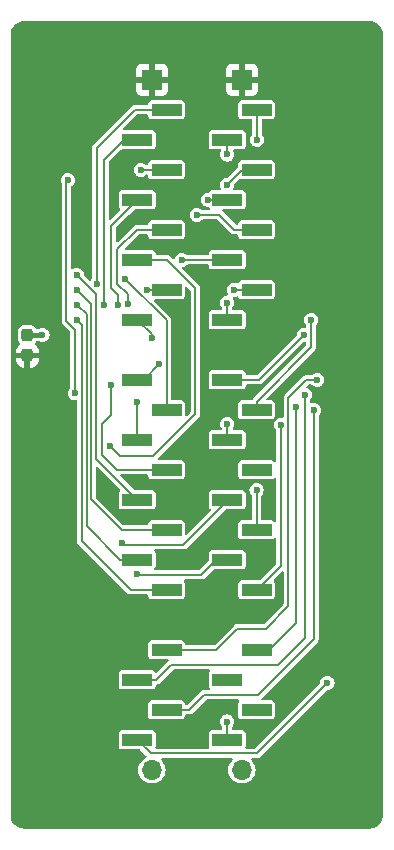
<source format=gbr>
G04 #@! TF.GenerationSoftware,KiCad,Pcbnew,8.0.8+dfsg-1*
G04 #@! TF.CreationDate,2025-07-01T13:07:04+09:00*
G04 #@! TF.ProjectId,bionic-tms370c250,62696f6e-6963-42d7-946d-733332306332,2*
G04 #@! TF.SameCoordinates,Original*
G04 #@! TF.FileFunction,Copper,L2,Bot*
G04 #@! TF.FilePolarity,Positive*
%FSLAX46Y46*%
G04 Gerber Fmt 4.6, Leading zero omitted, Abs format (unit mm)*
G04 Created by KiCad (PCBNEW 8.0.8+dfsg-1) date 2025-07-01 13:07:04*
%MOMM*%
%LPD*%
G01*
G04 APERTURE LIST*
G04 Aperture macros list*
%AMRoundRect*
0 Rectangle with rounded corners*
0 $1 Rounding radius*
0 $2 $3 $4 $5 $6 $7 $8 $9 X,Y pos of 4 corners*
0 Add a 4 corners polygon primitive as box body*
4,1,4,$2,$3,$4,$5,$6,$7,$8,$9,$2,$3,0*
0 Add four circle primitives for the rounded corners*
1,1,$1+$1,$2,$3*
1,1,$1+$1,$4,$5*
1,1,$1+$1,$6,$7*
1,1,$1+$1,$8,$9*
0 Add four rect primitives between the rounded corners*
20,1,$1+$1,$2,$3,$4,$5,0*
20,1,$1+$1,$4,$5,$6,$7,0*
20,1,$1+$1,$6,$7,$8,$9,0*
20,1,$1+$1,$8,$9,$2,$3,0*%
G04 Aperture macros list end*
G04 #@! TA.AperFunction,ComponentPad*
%ADD10O,1.700000X1.700000*%
G04 #@! TD*
G04 #@! TA.AperFunction,SMDPad,CuDef*
%ADD11R,2.510000X1.000000*%
G04 #@! TD*
G04 #@! TA.AperFunction,ComponentPad*
%ADD12R,1.700000X1.700000*%
G04 #@! TD*
G04 #@! TA.AperFunction,SMDPad,CuDef*
%ADD13RoundRect,0.237500X-0.237500X0.300000X-0.237500X-0.300000X0.237500X-0.300000X0.237500X0.300000X0*%
G04 #@! TD*
G04 #@! TA.AperFunction,ViaPad*
%ADD14C,0.600000*%
G04 #@! TD*
G04 #@! TA.AperFunction,Conductor*
%ADD15C,0.400000*%
G04 #@! TD*
G04 #@! TA.AperFunction,Conductor*
%ADD16C,0.200000*%
G04 #@! TD*
G04 APERTURE END LIST*
D10*
X117510000Y-133500000D03*
D11*
X116265400Y-130960000D03*
X118754600Y-128420000D03*
X116265400Y-125880000D03*
X118754600Y-123340000D03*
X118754600Y-118260000D03*
X116265400Y-115720000D03*
X118754600Y-113180000D03*
X116265400Y-110640000D03*
X118754600Y-108100000D03*
X116265400Y-105560000D03*
X118754600Y-103020000D03*
X116265400Y-100480000D03*
X116265400Y-95400000D03*
X118754600Y-92860000D03*
X116265400Y-90320000D03*
X118754600Y-87780000D03*
X116265400Y-85240000D03*
X118754600Y-82700000D03*
X116265400Y-80160000D03*
X118754600Y-77620000D03*
D12*
X117510000Y-75080000D03*
D13*
X99349000Y-96700500D03*
X99349000Y-98425500D03*
D12*
X109890000Y-75080000D03*
D11*
X111134600Y-77620000D03*
X108645400Y-80160000D03*
X111134600Y-82700000D03*
X108645400Y-85240000D03*
X111134600Y-87780000D03*
X108645400Y-90320000D03*
X111134600Y-92860000D03*
X108645400Y-95400000D03*
X108645400Y-100480000D03*
X111134600Y-103020000D03*
X108645400Y-105560000D03*
X111134600Y-108100000D03*
X108645400Y-110640000D03*
X111134600Y-113180000D03*
X108645400Y-115720000D03*
X111134600Y-118260000D03*
X111134600Y-123340000D03*
X108645400Y-125880000D03*
X111134600Y-128420000D03*
X108645400Y-130960000D03*
D10*
X109890000Y-133500000D03*
D14*
X100619000Y-96670000D03*
X112176000Y-98194000D03*
X113700000Y-105560000D03*
X113700000Y-114450000D03*
X101381000Y-88821400D03*
X100238000Y-94765000D03*
X121828000Y-126769000D03*
X125130000Y-130960000D03*
X102143000Y-127277000D03*
X127670000Y-75080000D03*
X125892000Y-86510000D03*
X101635000Y-112672000D03*
X114081000Y-120927000D03*
X100619000Y-97940000D03*
X122590000Y-86637000D03*
X105203335Y-92400065D03*
X105810200Y-94130000D03*
X103365600Y-101623000D03*
X102765300Y-83576300D03*
X108950200Y-82700000D03*
X107033734Y-94128863D03*
X107858000Y-94104600D03*
X106334000Y-106068000D03*
X109458200Y-92860000D03*
X109864600Y-96974800D03*
X110534600Y-99133800D03*
X107629400Y-91920200D03*
X108655000Y-102334200D03*
X106433734Y-100937200D03*
X103540000Y-91590000D03*
X103540000Y-92860000D03*
X103540000Y-94130000D03*
X103540000Y-95400000D03*
X123885400Y-100480000D03*
X122844000Y-101750000D03*
X123606000Y-103020000D03*
X124749000Y-126134000D03*
X116252500Y-129423500D03*
X122082000Y-102766000D03*
X120812000Y-104290000D03*
X108620000Y-116964600D03*
X107350000Y-114323000D03*
X123377400Y-95400000D03*
X122767800Y-96670000D03*
X116265400Y-93952200D03*
X116824200Y-92860000D03*
X112430000Y-90320000D03*
X113700000Y-86510000D03*
X114639800Y-85240000D03*
X116240000Y-83970000D03*
X116265400Y-81404600D03*
X118780000Y-80160000D03*
X116265400Y-104239200D03*
X118754600Y-109827200D03*
D15*
X99252500Y-96670000D02*
X99222000Y-96700500D01*
X100619000Y-96670000D02*
X99252500Y-96670000D01*
D16*
X105216400Y-80845800D02*
X108442200Y-77620000D01*
X105203335Y-92400065D02*
X105216400Y-92387000D01*
X105216400Y-92387000D02*
X105216400Y-80845800D01*
X108442200Y-77620000D02*
X111134600Y-77620000D01*
X105810200Y-94130000D02*
X105826000Y-94114200D01*
X105826000Y-94114200D02*
X105826000Y-81861800D01*
X105826000Y-81861800D02*
X107527800Y-80160000D01*
X107527800Y-80160000D02*
X108645400Y-80160000D01*
X103365600Y-101623000D02*
X103365600Y-96241600D01*
X102651000Y-83690600D02*
X102765300Y-83576300D01*
X102651000Y-95527000D02*
X102651000Y-83690600D01*
X103365600Y-96241600D02*
X102651000Y-95527000D01*
X111134600Y-82700000D02*
X108950200Y-82700000D01*
X106461000Y-87424400D02*
X108645400Y-85240000D01*
X107033734Y-93305734D02*
X106461000Y-92733000D01*
X107033734Y-94128863D02*
X107033734Y-93305734D01*
X106461000Y-92733000D02*
X106461000Y-87424400D01*
X106969000Y-92352000D02*
X106969000Y-89431000D01*
X107858000Y-93241000D02*
X106969000Y-92352000D01*
X108620000Y-87780000D02*
X111134600Y-87780000D01*
X106969000Y-89431000D02*
X108620000Y-87780000D01*
X107858000Y-94104600D02*
X107858000Y-93241000D01*
X106334000Y-106068000D02*
X107223000Y-106957000D01*
X113573000Y-103401000D02*
X113573000Y-92733000D01*
X110017000Y-106957000D02*
X113573000Y-103401000D01*
X107223000Y-106957000D02*
X110017000Y-106957000D01*
X113573000Y-92733000D02*
X111160000Y-90320000D01*
X111160000Y-90320000D02*
X108645400Y-90320000D01*
X109458200Y-92860000D02*
X111134600Y-92860000D01*
X109864600Y-96619200D02*
X108645400Y-95400000D01*
X109864600Y-96974800D02*
X109864600Y-96619200D01*
X108645400Y-100480000D02*
X109188400Y-100480000D01*
X109188400Y-100480000D02*
X110534600Y-99133800D01*
X107629400Y-91920200D02*
X111134600Y-95425400D01*
X111134600Y-95425400D02*
X111134600Y-103020000D01*
X108655000Y-104509000D02*
X108645400Y-104518600D01*
X108655000Y-102334200D02*
X108655000Y-104509000D01*
X108645400Y-104518600D02*
X108645400Y-105560000D01*
X106433734Y-100937200D02*
X106433734Y-103479066D01*
X106969000Y-108100000D02*
X111134600Y-108100000D01*
X105699000Y-104213800D02*
X105699000Y-106830000D01*
X106433734Y-103479066D02*
X105699000Y-104213800D01*
X105699000Y-106830000D02*
X106969000Y-108100000D01*
X105165600Y-93215600D02*
X105165600Y-107160200D01*
X103540000Y-91590000D02*
X105165600Y-93215600D01*
X105165600Y-107160200D02*
X108645400Y-110640000D01*
X104765600Y-94085600D02*
X104765600Y-110595600D01*
X104765600Y-110595600D02*
X107350000Y-113180000D01*
X107350000Y-113180000D02*
X111134600Y-113180000D01*
X103540000Y-92860000D02*
X104765600Y-94085600D01*
X104365600Y-112862600D02*
X107223000Y-115720000D01*
X104365600Y-94955600D02*
X104365600Y-112862600D01*
X103540000Y-94130000D02*
X104365600Y-94955600D01*
X107223000Y-115720000D02*
X108645400Y-115720000D01*
X108112000Y-118260000D02*
X111134600Y-118260000D01*
X103540000Y-95400000D02*
X103965600Y-95825600D01*
X103965600Y-114113600D02*
X108112000Y-118260000D01*
X103965600Y-95825600D02*
X103965600Y-114113600D01*
X115351000Y-123340000D02*
X111134600Y-123340000D01*
X121447000Y-102004000D02*
X121447000Y-119657000D01*
X123885400Y-100480000D02*
X122971000Y-100480000D01*
X119542000Y-121562000D02*
X117129000Y-121562000D01*
X117129000Y-121562000D02*
X115351000Y-123340000D01*
X121447000Y-119657000D02*
X119542000Y-121562000D01*
X122971000Y-100480000D02*
X121447000Y-102004000D01*
X120558000Y-124610000D02*
X111541000Y-124610000D01*
X122844000Y-122324000D02*
X120558000Y-124610000D01*
X122844000Y-101750000D02*
X122844000Y-122324000D01*
X111541000Y-124610000D02*
X110271000Y-125880000D01*
X110271000Y-125880000D02*
X108645400Y-125880000D01*
X123606000Y-122451000D02*
X118907000Y-127150000D01*
X123606000Y-103020000D02*
X123606000Y-122451000D01*
X118907000Y-127150000D02*
X114335000Y-127150000D01*
X113065000Y-128420000D02*
X111134600Y-128420000D01*
X114335000Y-127150000D02*
X113065000Y-128420000D01*
X124749000Y-126134000D02*
X118780000Y-132103000D01*
X109788400Y-132103000D02*
X108645400Y-130960000D01*
X118780000Y-132103000D02*
X109788400Y-132103000D01*
X116265400Y-129436400D02*
X116265400Y-130960000D01*
X116252500Y-129423500D02*
X116265400Y-129436400D01*
X122082000Y-121054000D02*
X119796000Y-123340000D01*
X119796000Y-123340000D02*
X118754600Y-123340000D01*
X122082000Y-102766000D02*
X122082000Y-121054000D01*
X118780000Y-118260000D02*
X118754600Y-118260000D01*
X120812000Y-116228000D02*
X118780000Y-118260000D01*
X120812000Y-104290000D02*
X120812000Y-116228000D01*
X115351000Y-115720000D02*
X116265400Y-115720000D01*
X108645400Y-116990000D02*
X114081000Y-116990000D01*
X114081000Y-116990000D02*
X115351000Y-115720000D01*
X108620000Y-116964600D02*
X108645400Y-116990000D01*
X107477000Y-114450000D02*
X112557000Y-114450000D01*
X107350000Y-114323000D02*
X107477000Y-114450000D01*
X112557000Y-114450000D02*
X116265400Y-110741600D01*
X116265400Y-110741600D02*
X116265400Y-110640000D01*
X123377400Y-95400000D02*
X123377400Y-97711400D01*
X123377400Y-97711400D02*
X118754600Y-102334200D01*
X118754600Y-102334200D02*
X118754600Y-103020000D01*
X118957800Y-100480000D02*
X116265400Y-100480000D01*
X122767800Y-96670000D02*
X118957800Y-100480000D01*
X116265400Y-93952200D02*
X116265400Y-95400000D01*
X116824200Y-92860000D02*
X118754600Y-92860000D01*
X112430000Y-90320000D02*
X116265400Y-90320000D01*
X113700000Y-86510000D02*
X115605000Y-86510000D01*
X115605000Y-86510000D02*
X116875000Y-87780000D01*
X116875000Y-87780000D02*
X118754600Y-87780000D01*
X116265400Y-85240000D02*
X114639800Y-85240000D01*
X117510000Y-82700000D02*
X118754600Y-82700000D01*
X116240000Y-83970000D02*
X117510000Y-82700000D01*
X116265400Y-81404600D02*
X116265400Y-80160000D01*
X118780000Y-80160000D02*
X118780000Y-77645400D01*
X118780000Y-77645400D02*
X118754600Y-77620000D01*
X116265400Y-104239200D02*
X116265400Y-105560000D01*
X118754600Y-109827200D02*
X118754600Y-113180000D01*
G04 #@! TA.AperFunction,Conductor*
G36*
X112859103Y-92585496D02*
G01*
X113143504Y-92869897D01*
X113171281Y-92924414D01*
X113172500Y-92939901D01*
X113172500Y-103194099D01*
X113153593Y-103252290D01*
X113143503Y-103264103D01*
X112859102Y-103548503D01*
X112804586Y-103576280D01*
X112744154Y-103566709D01*
X112700889Y-103523444D01*
X112690099Y-103478502D01*
X112690099Y-102475136D01*
X112687185Y-102450009D01*
X112641806Y-102347235D01*
X112562365Y-102267794D01*
X112459591Y-102222415D01*
X112459590Y-102222414D01*
X112459588Y-102222414D01*
X112434469Y-102219500D01*
X112434465Y-102219500D01*
X111634100Y-102219500D01*
X111575909Y-102200593D01*
X111539945Y-102151093D01*
X111535100Y-102120500D01*
X111535100Y-95372674D01*
X111535100Y-95372673D01*
X111507807Y-95270813D01*
X111491888Y-95243241D01*
X111455080Y-95179487D01*
X111380513Y-95104919D01*
X111380513Y-95104920D01*
X110105096Y-93829503D01*
X110077319Y-93774986D01*
X110086890Y-93714554D01*
X110130155Y-93671289D01*
X110175100Y-93660499D01*
X112434461Y-93660499D01*
X112434464Y-93660499D01*
X112459591Y-93657585D01*
X112562365Y-93612206D01*
X112641806Y-93532765D01*
X112687185Y-93429991D01*
X112690100Y-93404865D01*
X112690099Y-92655499D01*
X112709006Y-92597309D01*
X112758506Y-92561345D01*
X112819692Y-92561345D01*
X112859103Y-92585496D01*
G37*
G04 #@! TD.AperFunction*
G04 #@! TA.AperFunction,Conductor*
G36*
X128309309Y-70100877D02*
G01*
X128499457Y-70117512D01*
X128516437Y-70120505D01*
X128696635Y-70168789D01*
X128712839Y-70174687D01*
X128881902Y-70253523D01*
X128896842Y-70262149D01*
X129049641Y-70369140D01*
X129062861Y-70380232D01*
X129194767Y-70512138D01*
X129205859Y-70525358D01*
X129312850Y-70678157D01*
X129321478Y-70693101D01*
X129400308Y-70862151D01*
X129406211Y-70878368D01*
X129454492Y-71058555D01*
X129457488Y-71075550D01*
X129474123Y-71265690D01*
X129474500Y-71274318D01*
X129474500Y-137305681D01*
X129474123Y-137314309D01*
X129457488Y-137504449D01*
X129454492Y-137521444D01*
X129406211Y-137701631D01*
X129400308Y-137717848D01*
X129321478Y-137886898D01*
X129312850Y-137901842D01*
X129205859Y-138054641D01*
X129194767Y-138067861D01*
X129062861Y-138199767D01*
X129049641Y-138210859D01*
X128896842Y-138317850D01*
X128881898Y-138326478D01*
X128712848Y-138405308D01*
X128696631Y-138411211D01*
X128516444Y-138459492D01*
X128499449Y-138462488D01*
X128309309Y-138479123D01*
X128300681Y-138479500D01*
X99099319Y-138479500D01*
X99090691Y-138479123D01*
X98900550Y-138462488D01*
X98883555Y-138459492D01*
X98703368Y-138411211D01*
X98687154Y-138405309D01*
X98518100Y-138326477D01*
X98503157Y-138317850D01*
X98350358Y-138210859D01*
X98337138Y-138199767D01*
X98205232Y-138067861D01*
X98194140Y-138054641D01*
X98087149Y-137901842D01*
X98078523Y-137886902D01*
X97999687Y-137717839D01*
X97993788Y-137701631D01*
X97974843Y-137630926D01*
X97945505Y-137521437D01*
X97942512Y-137504457D01*
X97925877Y-137314309D01*
X97925500Y-137305681D01*
X97925500Y-130415130D01*
X107089900Y-130415130D01*
X107089900Y-131504860D01*
X107089901Y-131504863D01*
X107092814Y-131529990D01*
X107107615Y-131563511D01*
X107138194Y-131632765D01*
X107217635Y-131712206D01*
X107320409Y-131757585D01*
X107345535Y-131760500D01*
X108838498Y-131760499D01*
X108896689Y-131779406D01*
X108908502Y-131789495D01*
X109418713Y-132299706D01*
X109446490Y-132354223D01*
X109436919Y-132414655D01*
X109393654Y-132457920D01*
X109384476Y-132462023D01*
X109374986Y-132465699D01*
X109374975Y-132465705D01*
X109193699Y-132577946D01*
X109193692Y-132577952D01*
X109036135Y-132721586D01*
X109036131Y-132721589D01*
X109036128Y-132721593D01*
X109036125Y-132721597D01*
X108907635Y-132891743D01*
X108907630Y-132891752D01*
X108812596Y-133082608D01*
X108754244Y-133287688D01*
X108754244Y-133287690D01*
X108734571Y-133500000D01*
X108754244Y-133712310D01*
X108812595Y-133917389D01*
X108907634Y-134108255D01*
X109036128Y-134278407D01*
X109036135Y-134278413D01*
X109193692Y-134422047D01*
X109193699Y-134422053D01*
X109297389Y-134486255D01*
X109374981Y-134534298D01*
X109573802Y-134611321D01*
X109783390Y-134650500D01*
X109996610Y-134650500D01*
X110206198Y-134611321D01*
X110405019Y-134534298D01*
X110586302Y-134422052D01*
X110743872Y-134278407D01*
X110872366Y-134108255D01*
X110967405Y-133917389D01*
X111025756Y-133712310D01*
X111045429Y-133500000D01*
X111025756Y-133287690D01*
X110967405Y-133082611D01*
X110872366Y-132891745D01*
X110743872Y-132721593D01*
X110727453Y-132706625D01*
X110693488Y-132675661D01*
X110663222Y-132622486D01*
X110669993Y-132561676D01*
X110711214Y-132516460D01*
X110760184Y-132503500D01*
X116639816Y-132503500D01*
X116698007Y-132522407D01*
X116733971Y-132571907D01*
X116733971Y-132633093D01*
X116706512Y-132675661D01*
X116656135Y-132721586D01*
X116656131Y-132721589D01*
X116656128Y-132721593D01*
X116656125Y-132721597D01*
X116527635Y-132891743D01*
X116527630Y-132891752D01*
X116432596Y-133082608D01*
X116374244Y-133287688D01*
X116374244Y-133287690D01*
X116354571Y-133500000D01*
X116374244Y-133712310D01*
X116432595Y-133917389D01*
X116527634Y-134108255D01*
X116656128Y-134278407D01*
X116656135Y-134278413D01*
X116813692Y-134422047D01*
X116813699Y-134422053D01*
X116917389Y-134486255D01*
X116994981Y-134534298D01*
X117193802Y-134611321D01*
X117403390Y-134650500D01*
X117616610Y-134650500D01*
X117826198Y-134611321D01*
X118025019Y-134534298D01*
X118206302Y-134422052D01*
X118363872Y-134278407D01*
X118492366Y-134108255D01*
X118587405Y-133917389D01*
X118645756Y-133712310D01*
X118665429Y-133500000D01*
X118645756Y-133287690D01*
X118587405Y-133082611D01*
X118492366Y-132891745D01*
X118363872Y-132721593D01*
X118347453Y-132706625D01*
X118313488Y-132675661D01*
X118283222Y-132622486D01*
X118289993Y-132561676D01*
X118331214Y-132516460D01*
X118380184Y-132503500D01*
X118832725Y-132503500D01*
X118832727Y-132503500D01*
X118934588Y-132476207D01*
X118934590Y-132476205D01*
X118934592Y-132476205D01*
X119025908Y-132423483D01*
X119025908Y-132423482D01*
X119025913Y-132423480D01*
X124680713Y-126768677D01*
X124735230Y-126740901D01*
X124746448Y-126740017D01*
X124748996Y-126739681D01*
X124749000Y-126739682D01*
X124905762Y-126719044D01*
X125051841Y-126658536D01*
X125177282Y-126562282D01*
X125273536Y-126436841D01*
X125334044Y-126290762D01*
X125354682Y-126134000D01*
X125334044Y-125977238D01*
X125273537Y-125831161D01*
X125273537Y-125831160D01*
X125177286Y-125705723D01*
X125177285Y-125705722D01*
X125177282Y-125705718D01*
X125177277Y-125705714D01*
X125177276Y-125705713D01*
X125051838Y-125609462D01*
X124905766Y-125548957D01*
X124905758Y-125548955D01*
X124749001Y-125528318D01*
X124748999Y-125528318D01*
X124592241Y-125548955D01*
X124592233Y-125548957D01*
X124446161Y-125609462D01*
X124446160Y-125609462D01*
X124320723Y-125705713D01*
X124320713Y-125705723D01*
X124224462Y-125831160D01*
X124224462Y-125831161D01*
X124163957Y-125977233D01*
X124163955Y-125977241D01*
X124142471Y-126140433D01*
X124140743Y-126140205D01*
X124124411Y-126190472D01*
X124114322Y-126202285D01*
X118643103Y-131673504D01*
X118588586Y-131701281D01*
X118573099Y-131702500D01*
X117893748Y-131702500D01*
X117835557Y-131683593D01*
X117799593Y-131634093D01*
X117799593Y-131572907D01*
X117803184Y-131563512D01*
X117817985Y-131529991D01*
X117820900Y-131504865D01*
X117820899Y-130415136D01*
X117817985Y-130390009D01*
X117772606Y-130287235D01*
X117693165Y-130207794D01*
X117590391Y-130162415D01*
X117590390Y-130162414D01*
X117590388Y-130162414D01*
X117565269Y-130159500D01*
X117565265Y-130159500D01*
X116764900Y-130159500D01*
X116706709Y-130140593D01*
X116670745Y-130091093D01*
X116665900Y-130060500D01*
X116665900Y-129904783D01*
X116684807Y-129846592D01*
X116686358Y-129844516D01*
X116734955Y-129781181D01*
X116777036Y-129726341D01*
X116837544Y-129580262D01*
X116858182Y-129423500D01*
X116837544Y-129266738D01*
X116777037Y-129120661D01*
X116777037Y-129120660D01*
X116680786Y-128995223D01*
X116680785Y-128995222D01*
X116680782Y-128995218D01*
X116680777Y-128995214D01*
X116680776Y-128995213D01*
X116555338Y-128898962D01*
X116409266Y-128838457D01*
X116409258Y-128838455D01*
X116252501Y-128817818D01*
X116252499Y-128817818D01*
X116095741Y-128838455D01*
X116095733Y-128838457D01*
X115949661Y-128898962D01*
X115949660Y-128898962D01*
X115824223Y-128995213D01*
X115824213Y-128995223D01*
X115727962Y-129120660D01*
X115727962Y-129120661D01*
X115667457Y-129266733D01*
X115667455Y-129266741D01*
X115646818Y-129423499D01*
X115646818Y-129423500D01*
X115667455Y-129580258D01*
X115667457Y-129580266D01*
X115727962Y-129726338D01*
X115727962Y-129726339D01*
X115824213Y-129851776D01*
X115824218Y-129851782D01*
X115826162Y-129853274D01*
X115827155Y-129854718D01*
X115828807Y-129856370D01*
X115828501Y-129856675D01*
X115860821Y-129903695D01*
X115864900Y-129931819D01*
X115864900Y-130060500D01*
X115845993Y-130118691D01*
X115796493Y-130154655D01*
X115765900Y-130159500D01*
X114965539Y-130159500D01*
X114965536Y-130159501D01*
X114940409Y-130162414D01*
X114837635Y-130207794D01*
X114758194Y-130287235D01*
X114712814Y-130390011D01*
X114709900Y-130415130D01*
X114709900Y-131504860D01*
X114709901Y-131504863D01*
X114712814Y-131529990D01*
X114725703Y-131559181D01*
X114727615Y-131563511D01*
X114727616Y-131563512D01*
X114733824Y-131624382D01*
X114703068Y-131677275D01*
X114647096Y-131701989D01*
X114637051Y-131702500D01*
X110273748Y-131702500D01*
X110215557Y-131683593D01*
X110179593Y-131634093D01*
X110179593Y-131572907D01*
X110183184Y-131563512D01*
X110197985Y-131529991D01*
X110200900Y-131504865D01*
X110200899Y-130415136D01*
X110197985Y-130390009D01*
X110152606Y-130287235D01*
X110073165Y-130207794D01*
X109970391Y-130162415D01*
X109970390Y-130162414D01*
X109970388Y-130162414D01*
X109945268Y-130159500D01*
X107345539Y-130159500D01*
X107345536Y-130159501D01*
X107320409Y-130162414D01*
X107217635Y-130207794D01*
X107138194Y-130287235D01*
X107092814Y-130390011D01*
X107089900Y-130415130D01*
X97925500Y-130415130D01*
X97925500Y-125335130D01*
X107089900Y-125335130D01*
X107089900Y-126424860D01*
X107089901Y-126424863D01*
X107092814Y-126449990D01*
X107118156Y-126507385D01*
X107138194Y-126552765D01*
X107217635Y-126632206D01*
X107320409Y-126677585D01*
X107345535Y-126680500D01*
X109945264Y-126680499D01*
X109970391Y-126677585D01*
X110073165Y-126632206D01*
X110152606Y-126552765D01*
X110197985Y-126449991D01*
X110200900Y-126424865D01*
X110200900Y-126379500D01*
X110219807Y-126321309D01*
X110269307Y-126285345D01*
X110299900Y-126280500D01*
X110323725Y-126280500D01*
X110323727Y-126280500D01*
X110425588Y-126253207D01*
X110425590Y-126253205D01*
X110425592Y-126253205D01*
X110516908Y-126200483D01*
X110516908Y-126200482D01*
X110516913Y-126200480D01*
X111677897Y-125039496D01*
X111732414Y-125011719D01*
X111747901Y-125010500D01*
X114715922Y-125010500D01*
X114774113Y-125029407D01*
X114810077Y-125078907D01*
X114810077Y-125140093D01*
X114785927Y-125179501D01*
X114758194Y-125207235D01*
X114712814Y-125310011D01*
X114709900Y-125335130D01*
X114709900Y-126424860D01*
X114709901Y-126424863D01*
X114712814Y-126449990D01*
X114738156Y-126507385D01*
X114758194Y-126552765D01*
X114785927Y-126580498D01*
X114813703Y-126635013D01*
X114804132Y-126695445D01*
X114760867Y-126738710D01*
X114715922Y-126749500D01*
X114387727Y-126749500D01*
X114282273Y-126749500D01*
X114219929Y-126766204D01*
X114180407Y-126776794D01*
X114089091Y-126829516D01*
X112928103Y-127990504D01*
X112873586Y-128018281D01*
X112858099Y-128019500D01*
X112789099Y-128019500D01*
X112730908Y-128000593D01*
X112694944Y-127951093D01*
X112690099Y-127920500D01*
X112690099Y-127875139D01*
X112690099Y-127875136D01*
X112687185Y-127850009D01*
X112641806Y-127747235D01*
X112562365Y-127667794D01*
X112459591Y-127622415D01*
X112459590Y-127622414D01*
X112459588Y-127622414D01*
X112434468Y-127619500D01*
X109834739Y-127619500D01*
X109834736Y-127619501D01*
X109809609Y-127622414D01*
X109706835Y-127667794D01*
X109627394Y-127747235D01*
X109582014Y-127850011D01*
X109579100Y-127875130D01*
X109579100Y-128964860D01*
X109579101Y-128964863D01*
X109582014Y-128989990D01*
X109584325Y-128995223D01*
X109627394Y-129092765D01*
X109706835Y-129172206D01*
X109809609Y-129217585D01*
X109834735Y-129220500D01*
X112434464Y-129220499D01*
X112459591Y-129217585D01*
X112562365Y-129172206D01*
X112641806Y-129092765D01*
X112687185Y-128989991D01*
X112690100Y-128964865D01*
X112690100Y-128919500D01*
X112709007Y-128861309D01*
X112758507Y-128825345D01*
X112789100Y-128820500D01*
X113117725Y-128820500D01*
X113117727Y-128820500D01*
X113219588Y-128793207D01*
X113219590Y-128793205D01*
X113219592Y-128793205D01*
X113310908Y-128740483D01*
X113310908Y-128740482D01*
X113310913Y-128740480D01*
X114471897Y-127579496D01*
X114526414Y-127551719D01*
X114541901Y-127550500D01*
X117205122Y-127550500D01*
X117263313Y-127569407D01*
X117299277Y-127618907D01*
X117299277Y-127680093D01*
X117275127Y-127719501D01*
X117247394Y-127747235D01*
X117202014Y-127850011D01*
X117199100Y-127875130D01*
X117199100Y-128964860D01*
X117199101Y-128964863D01*
X117202014Y-128989990D01*
X117204325Y-128995223D01*
X117247394Y-129092765D01*
X117326835Y-129172206D01*
X117429609Y-129217585D01*
X117454735Y-129220500D01*
X120054464Y-129220499D01*
X120079591Y-129217585D01*
X120182365Y-129172206D01*
X120261806Y-129092765D01*
X120307185Y-128989991D01*
X120310100Y-128964865D01*
X120310099Y-127875136D01*
X120307185Y-127850009D01*
X120261806Y-127747235D01*
X120182365Y-127667794D01*
X120079591Y-127622415D01*
X120079590Y-127622414D01*
X120079588Y-127622414D01*
X120054469Y-127619500D01*
X119242899Y-127619500D01*
X119184708Y-127600593D01*
X119148744Y-127551093D01*
X119148744Y-127489907D01*
X119172891Y-127450501D01*
X123851910Y-122771481D01*
X123851913Y-122771480D01*
X123926480Y-122696913D01*
X123979207Y-122605587D01*
X123996134Y-122542415D01*
X124006501Y-122503726D01*
X124006501Y-122398273D01*
X124006501Y-122392211D01*
X124006500Y-122392193D01*
X124006500Y-103517071D01*
X124025407Y-103458880D01*
X124032715Y-103450324D01*
X124115705Y-103342169D01*
X124130536Y-103322841D01*
X124191044Y-103176762D01*
X124211682Y-103020000D01*
X124191044Y-102863238D01*
X124150155Y-102764524D01*
X124130537Y-102717161D01*
X124130537Y-102717160D01*
X124034286Y-102591723D01*
X124034285Y-102591722D01*
X124034282Y-102591718D01*
X124034277Y-102591714D01*
X124034276Y-102591713D01*
X123908838Y-102495462D01*
X123762766Y-102434957D01*
X123762758Y-102434955D01*
X123606001Y-102414318D01*
X123605999Y-102414318D01*
X123449241Y-102434955D01*
X123449232Y-102434957D01*
X123381385Y-102463061D01*
X123320388Y-102467862D01*
X123268219Y-102435892D01*
X123244805Y-102379364D01*
X123244500Y-102371597D01*
X123244500Y-102247071D01*
X123263407Y-102188880D01*
X123270715Y-102180324D01*
X123272927Y-102177441D01*
X123368536Y-102052841D01*
X123429044Y-101906762D01*
X123449682Y-101750000D01*
X123429044Y-101593238D01*
X123368537Y-101447161D01*
X123368537Y-101447160D01*
X123272286Y-101321723D01*
X123272285Y-101321722D01*
X123272282Y-101321718D01*
X123272277Y-101321714D01*
X123272276Y-101321713D01*
X123165838Y-101240041D01*
X123146841Y-101225464D01*
X123067710Y-101192687D01*
X123032765Y-101178212D01*
X122986240Y-101138475D01*
X122971956Y-101078981D01*
X122995371Y-101022453D01*
X123000648Y-101016744D01*
X123012856Y-101004537D01*
X123107897Y-100909496D01*
X123162413Y-100881719D01*
X123177900Y-100880500D01*
X123388329Y-100880500D01*
X123446520Y-100899407D01*
X123455087Y-100906723D01*
X123457116Y-100908280D01*
X123457118Y-100908282D01*
X123582559Y-101004536D01*
X123582560Y-101004536D01*
X123582561Y-101004537D01*
X123692294Y-101049990D01*
X123728638Y-101065044D01*
X123834501Y-101078981D01*
X123885399Y-101085682D01*
X123885400Y-101085682D01*
X123885401Y-101085682D01*
X123936299Y-101078981D01*
X124042162Y-101065044D01*
X124188241Y-101004536D01*
X124313682Y-100908282D01*
X124409936Y-100782841D01*
X124470444Y-100636762D01*
X124491082Y-100480000D01*
X124470444Y-100323238D01*
X124409937Y-100177161D01*
X124409937Y-100177160D01*
X124313686Y-100051723D01*
X124313685Y-100051722D01*
X124313682Y-100051718D01*
X124313677Y-100051714D01*
X124313676Y-100051713D01*
X124242504Y-99997101D01*
X124188241Y-99955464D01*
X124188240Y-99955463D01*
X124188238Y-99955462D01*
X124042166Y-99894957D01*
X124042158Y-99894955D01*
X123885401Y-99874318D01*
X123885399Y-99874318D01*
X123728641Y-99894955D01*
X123728633Y-99894957D01*
X123582561Y-99955462D01*
X123582560Y-99955462D01*
X123451970Y-100055668D01*
X123450909Y-100054286D01*
X123403816Y-100078281D01*
X123388329Y-100079500D01*
X122918273Y-100079500D01*
X122867343Y-100093146D01*
X122816411Y-100106793D01*
X122765768Y-100136033D01*
X122765767Y-100136032D01*
X122725088Y-100159519D01*
X121126516Y-101758091D01*
X121073795Y-101849406D01*
X121073793Y-101849410D01*
X121073793Y-101849412D01*
X121054827Y-101920196D01*
X121046500Y-101951273D01*
X121046500Y-103602302D01*
X121027593Y-103660493D01*
X120978093Y-103696457D01*
X120934578Y-103700455D01*
X120812001Y-103684318D01*
X120811999Y-103684318D01*
X120655241Y-103704955D01*
X120655233Y-103704957D01*
X120509161Y-103765462D01*
X120509160Y-103765462D01*
X120383723Y-103861713D01*
X120383713Y-103861723D01*
X120287462Y-103987160D01*
X120287462Y-103987161D01*
X120226957Y-104133233D01*
X120226955Y-104133241D01*
X120206318Y-104289999D01*
X120206318Y-104290000D01*
X120226955Y-104446758D01*
X120226957Y-104446766D01*
X120287462Y-104592838D01*
X120287462Y-104592839D01*
X120387668Y-104723431D01*
X120386283Y-104724493D01*
X120410279Y-104771569D01*
X120411500Y-104787071D01*
X120411500Y-107337922D01*
X120392593Y-107396113D01*
X120343093Y-107432077D01*
X120281907Y-107432077D01*
X120242498Y-107407927D01*
X120182365Y-107347794D01*
X120079591Y-107302415D01*
X120079590Y-107302414D01*
X120079588Y-107302414D01*
X120054468Y-107299500D01*
X117454739Y-107299500D01*
X117454736Y-107299501D01*
X117429609Y-107302414D01*
X117326835Y-107347794D01*
X117247394Y-107427235D01*
X117202014Y-107530011D01*
X117199100Y-107555130D01*
X117199100Y-108644860D01*
X117199101Y-108644863D01*
X117202014Y-108669990D01*
X117227356Y-108727385D01*
X117247394Y-108772765D01*
X117326835Y-108852206D01*
X117429609Y-108897585D01*
X117454735Y-108900500D01*
X120054464Y-108900499D01*
X120079591Y-108897585D01*
X120182365Y-108852206D01*
X120242498Y-108792072D01*
X120297013Y-108764297D01*
X120357445Y-108773868D01*
X120400710Y-108817133D01*
X120411500Y-108862078D01*
X120411500Y-112417922D01*
X120392593Y-112476113D01*
X120343093Y-112512077D01*
X120281907Y-112512077D01*
X120242498Y-112487927D01*
X120182365Y-112427794D01*
X120079591Y-112382415D01*
X120079590Y-112382414D01*
X120079588Y-112382414D01*
X120054469Y-112379500D01*
X120054465Y-112379500D01*
X119254100Y-112379500D01*
X119195909Y-112360593D01*
X119159945Y-112311093D01*
X119155100Y-112280500D01*
X119155100Y-110324271D01*
X119174007Y-110266080D01*
X119181315Y-110257524D01*
X119182882Y-110255482D01*
X119279136Y-110130041D01*
X119339644Y-109983962D01*
X119360282Y-109827200D01*
X119359034Y-109817724D01*
X119339644Y-109670441D01*
X119339644Y-109670438D01*
X119279137Y-109524361D01*
X119279137Y-109524360D01*
X119182886Y-109398923D01*
X119182885Y-109398922D01*
X119182882Y-109398918D01*
X119182877Y-109398914D01*
X119182876Y-109398913D01*
X119057438Y-109302662D01*
X118911366Y-109242157D01*
X118911358Y-109242155D01*
X118754601Y-109221518D01*
X118754599Y-109221518D01*
X118597841Y-109242155D01*
X118597833Y-109242157D01*
X118451761Y-109302662D01*
X118451760Y-109302662D01*
X118326323Y-109398913D01*
X118326313Y-109398923D01*
X118230062Y-109524360D01*
X118230062Y-109524361D01*
X118169557Y-109670433D01*
X118169555Y-109670441D01*
X118148918Y-109827199D01*
X118148918Y-109827200D01*
X118169555Y-109983958D01*
X118169557Y-109983966D01*
X118230062Y-110130038D01*
X118230062Y-110130039D01*
X118330268Y-110260631D01*
X118328883Y-110261693D01*
X118352879Y-110308769D01*
X118354100Y-110324271D01*
X118354100Y-112280500D01*
X118335193Y-112338691D01*
X118285693Y-112374655D01*
X118255100Y-112379500D01*
X117454739Y-112379500D01*
X117454736Y-112379501D01*
X117429609Y-112382414D01*
X117326835Y-112427794D01*
X117247394Y-112507235D01*
X117202014Y-112610011D01*
X117199100Y-112635130D01*
X117199100Y-113724860D01*
X117199101Y-113724863D01*
X117202014Y-113749990D01*
X117204727Y-113756134D01*
X117247394Y-113852765D01*
X117326835Y-113932206D01*
X117429609Y-113977585D01*
X117454735Y-113980500D01*
X120054464Y-113980499D01*
X120079591Y-113977585D01*
X120182365Y-113932206D01*
X120242498Y-113872072D01*
X120297013Y-113844297D01*
X120357445Y-113853868D01*
X120400710Y-113897133D01*
X120411500Y-113942078D01*
X120411500Y-116021098D01*
X120392593Y-116079289D01*
X120382504Y-116091102D01*
X119043101Y-117430504D01*
X118988584Y-117458281D01*
X118973097Y-117459500D01*
X117454739Y-117459500D01*
X117454736Y-117459501D01*
X117429609Y-117462414D01*
X117326835Y-117507794D01*
X117247394Y-117587235D01*
X117202014Y-117690011D01*
X117199100Y-117715130D01*
X117199100Y-118804860D01*
X117199101Y-118804863D01*
X117202014Y-118829990D01*
X117227356Y-118887385D01*
X117247394Y-118932765D01*
X117326835Y-119012206D01*
X117429609Y-119057585D01*
X117454735Y-119060500D01*
X120054464Y-119060499D01*
X120079591Y-119057585D01*
X120182365Y-119012206D01*
X120261806Y-118932765D01*
X120307185Y-118829991D01*
X120310100Y-118804865D01*
X120310099Y-117715136D01*
X120307185Y-117690009D01*
X120261806Y-117587235D01*
X120210483Y-117535912D01*
X120182708Y-117481398D01*
X120192279Y-117420966D01*
X120210485Y-117395907D01*
X120485034Y-117121358D01*
X120877497Y-116728895D01*
X120932013Y-116701119D01*
X120992445Y-116710690D01*
X121035710Y-116753955D01*
X121046500Y-116798900D01*
X121046500Y-119450099D01*
X121027593Y-119508290D01*
X121017504Y-119520103D01*
X119405103Y-121132504D01*
X119350586Y-121160281D01*
X119335099Y-121161500D01*
X117187806Y-121161500D01*
X117187790Y-121161499D01*
X117181727Y-121161499D01*
X117076273Y-121161499D01*
X117076270Y-121161499D01*
X116974413Y-121188792D01*
X116974409Y-121188794D01*
X116883087Y-121241519D01*
X116808519Y-121316086D01*
X116808520Y-121316087D01*
X115214103Y-122910504D01*
X115159586Y-122938281D01*
X115144099Y-122939500D01*
X112789099Y-122939500D01*
X112730908Y-122920593D01*
X112694944Y-122871093D01*
X112690099Y-122840500D01*
X112690099Y-122795139D01*
X112690099Y-122795136D01*
X112687185Y-122770009D01*
X112641806Y-122667235D01*
X112562365Y-122587794D01*
X112459591Y-122542415D01*
X112459590Y-122542414D01*
X112459588Y-122542414D01*
X112434468Y-122539500D01*
X109834739Y-122539500D01*
X109834736Y-122539501D01*
X109809609Y-122542414D01*
X109706835Y-122587794D01*
X109627394Y-122667235D01*
X109582014Y-122770011D01*
X109579100Y-122795130D01*
X109579100Y-123884860D01*
X109579101Y-123884863D01*
X109582014Y-123909990D01*
X109607356Y-123967385D01*
X109627394Y-124012765D01*
X109706835Y-124092206D01*
X109809609Y-124137585D01*
X109834735Y-124140500D01*
X111205101Y-124140499D01*
X111263291Y-124159406D01*
X111299255Y-124208906D01*
X111299255Y-124270092D01*
X111275104Y-124309503D01*
X110323644Y-125260962D01*
X110269127Y-125288739D01*
X110208695Y-125279168D01*
X110165430Y-125235903D01*
X110163076Y-125230947D01*
X110152606Y-125207236D01*
X110152606Y-125207235D01*
X110073165Y-125127794D01*
X109970391Y-125082415D01*
X109970390Y-125082414D01*
X109970388Y-125082414D01*
X109945268Y-125079500D01*
X107345539Y-125079500D01*
X107345536Y-125079501D01*
X107320409Y-125082414D01*
X107217635Y-125127794D01*
X107138194Y-125207235D01*
X107092814Y-125310011D01*
X107089900Y-125335130D01*
X97925500Y-125335130D01*
X97925500Y-98675501D01*
X98374001Y-98675501D01*
X98374001Y-98774654D01*
X98384317Y-98875642D01*
X98384320Y-98875654D01*
X98438548Y-99039306D01*
X98529053Y-99186035D01*
X98650964Y-99307946D01*
X98797693Y-99398451D01*
X98961351Y-99452681D01*
X99062344Y-99462999D01*
X99098999Y-99462999D01*
X99099000Y-99462998D01*
X99099000Y-98675501D01*
X99599000Y-98675501D01*
X99599000Y-99462998D01*
X99599001Y-99462999D01*
X99635654Y-99462999D01*
X99736642Y-99452682D01*
X99736654Y-99452679D01*
X99900306Y-99398451D01*
X100047035Y-99307946D01*
X100168946Y-99186035D01*
X100259451Y-99039306D01*
X100313681Y-98875648D01*
X100324000Y-98774655D01*
X100324000Y-98675501D01*
X100323999Y-98675500D01*
X99599001Y-98675500D01*
X99599000Y-98675501D01*
X99099000Y-98675501D01*
X99098999Y-98675500D01*
X98374002Y-98675500D01*
X98374001Y-98675501D01*
X97925500Y-98675501D01*
X97925500Y-98076344D01*
X98374000Y-98076344D01*
X98374000Y-98175499D01*
X98374001Y-98175500D01*
X100323998Y-98175500D01*
X100323999Y-98175499D01*
X100323999Y-98076345D01*
X100313682Y-97975357D01*
X100313679Y-97975345D01*
X100259451Y-97811693D01*
X100168946Y-97664964D01*
X100047038Y-97543056D01*
X100005746Y-97517587D01*
X99966145Y-97470945D01*
X99961522Y-97409935D01*
X99978836Y-97373507D01*
X100059860Y-97266660D01*
X100059861Y-97266660D01*
X100073064Y-97233181D01*
X100112001Y-97185984D01*
X100165161Y-97170500D01*
X100251228Y-97170500D01*
X100309419Y-97189407D01*
X100311494Y-97190957D01*
X100316157Y-97194535D01*
X100316159Y-97194536D01*
X100462238Y-97255044D01*
X100550456Y-97266658D01*
X100618999Y-97275682D01*
X100619000Y-97275682D01*
X100619001Y-97275682D01*
X100653720Y-97271111D01*
X100775762Y-97255044D01*
X100921841Y-97194536D01*
X101047282Y-97098282D01*
X101143536Y-96972841D01*
X101204044Y-96826762D01*
X101224682Y-96670000D01*
X101204044Y-96513238D01*
X101191129Y-96482058D01*
X101143537Y-96367161D01*
X101143537Y-96367160D01*
X101047286Y-96241723D01*
X101047285Y-96241722D01*
X101047282Y-96241718D01*
X101047277Y-96241714D01*
X101047276Y-96241713D01*
X100953121Y-96169466D01*
X100921841Y-96145464D01*
X100921840Y-96145463D01*
X100921838Y-96145462D01*
X100775766Y-96084957D01*
X100775758Y-96084955D01*
X100619001Y-96064318D01*
X100618999Y-96064318D01*
X100462241Y-96084955D01*
X100462233Y-96084957D01*
X100316161Y-96145462D01*
X100316157Y-96145464D01*
X100311494Y-96149043D01*
X100253818Y-96169466D01*
X100251228Y-96169500D01*
X100135695Y-96169500D01*
X100077504Y-96150593D01*
X100056811Y-96130319D01*
X100022411Y-96084956D01*
X99970500Y-96016500D01*
X99852658Y-95927138D01*
X99715079Y-95872883D01*
X99628620Y-95862500D01*
X99628618Y-95862500D01*
X99069382Y-95862500D01*
X99069379Y-95862500D01*
X98982920Y-95872883D01*
X98845341Y-95927138D01*
X98727503Y-96016497D01*
X98727497Y-96016503D01*
X98638138Y-96134341D01*
X98583883Y-96271920D01*
X98573500Y-96358379D01*
X98573500Y-97042620D01*
X98583883Y-97129079D01*
X98638138Y-97266658D01*
X98719163Y-97373507D01*
X98739258Y-97431298D01*
X98721547Y-97489864D01*
X98692253Y-97517586D01*
X98650962Y-97543055D01*
X98529053Y-97664964D01*
X98438548Y-97811693D01*
X98384318Y-97975351D01*
X98374000Y-98076344D01*
X97925500Y-98076344D01*
X97925500Y-83576299D01*
X102159618Y-83576299D01*
X102159618Y-83576300D01*
X102171579Y-83667159D01*
X102180256Y-83733062D01*
X102240763Y-83879138D01*
X102242964Y-83884452D01*
X102250500Y-83922338D01*
X102250500Y-95474273D01*
X102250500Y-95579727D01*
X102264587Y-95632301D01*
X102277794Y-95681592D01*
X102330516Y-95772908D01*
X102330518Y-95772910D01*
X102330520Y-95772913D01*
X102936105Y-96378498D01*
X102963881Y-96433013D01*
X102965100Y-96448500D01*
X102965100Y-101125929D01*
X102946193Y-101184120D01*
X102938876Y-101192687D01*
X102841062Y-101320160D01*
X102841062Y-101320161D01*
X102780557Y-101466233D01*
X102780555Y-101466241D01*
X102759918Y-101622999D01*
X102759918Y-101623000D01*
X102780555Y-101779758D01*
X102780557Y-101779766D01*
X102841062Y-101925838D01*
X102841062Y-101925839D01*
X102937313Y-102051276D01*
X102937318Y-102051282D01*
X103062759Y-102147536D01*
X103062760Y-102147536D01*
X103062761Y-102147537D01*
X103140197Y-102179612D01*
X103208838Y-102208044D01*
X103317990Y-102222414D01*
X103365599Y-102228682D01*
X103365600Y-102228682D01*
X103453178Y-102217152D01*
X103513339Y-102228302D01*
X103555456Y-102272684D01*
X103565100Y-102315305D01*
X103565100Y-114060873D01*
X103565100Y-114166327D01*
X103589170Y-114256159D01*
X103592394Y-114268192D01*
X103645116Y-114359508D01*
X103645118Y-114359510D01*
X103645120Y-114359513D01*
X107866087Y-118580480D01*
X107866089Y-118580481D01*
X107866091Y-118580483D01*
X107957408Y-118633205D01*
X107957406Y-118633205D01*
X107957410Y-118633206D01*
X107957412Y-118633207D01*
X108059273Y-118660500D01*
X108164727Y-118660500D01*
X109480101Y-118660500D01*
X109538292Y-118679407D01*
X109574256Y-118728907D01*
X109579101Y-118759500D01*
X109579101Y-118804863D01*
X109582014Y-118829990D01*
X109607356Y-118887385D01*
X109627394Y-118932765D01*
X109706835Y-119012206D01*
X109809609Y-119057585D01*
X109834735Y-119060500D01*
X112434464Y-119060499D01*
X112459591Y-119057585D01*
X112562365Y-119012206D01*
X112641806Y-118932765D01*
X112687185Y-118829991D01*
X112690100Y-118804865D01*
X112690099Y-117715136D01*
X112687185Y-117690009D01*
X112641806Y-117587235D01*
X112614072Y-117559501D01*
X112586297Y-117504987D01*
X112595868Y-117444555D01*
X112639133Y-117401290D01*
X112684078Y-117390500D01*
X114133725Y-117390500D01*
X114133727Y-117390500D01*
X114235588Y-117363207D01*
X114235590Y-117363205D01*
X114235592Y-117363205D01*
X114326908Y-117310483D01*
X114326908Y-117310482D01*
X114326913Y-117310480D01*
X115087897Y-116549494D01*
X115142414Y-116521718D01*
X115157901Y-116520499D01*
X117565261Y-116520499D01*
X117565264Y-116520499D01*
X117590391Y-116517585D01*
X117693165Y-116472206D01*
X117772606Y-116392765D01*
X117817985Y-116289991D01*
X117820900Y-116264865D01*
X117820899Y-115175136D01*
X117817985Y-115150009D01*
X117772606Y-115047235D01*
X117693165Y-114967794D01*
X117590391Y-114922415D01*
X117590390Y-114922414D01*
X117590388Y-114922414D01*
X117565268Y-114919500D01*
X114965539Y-114919500D01*
X114965536Y-114919501D01*
X114940409Y-114922414D01*
X114837635Y-114967794D01*
X114758194Y-115047235D01*
X114712814Y-115150011D01*
X114709900Y-115175130D01*
X114709900Y-115753698D01*
X114690993Y-115811889D01*
X114680904Y-115823702D01*
X113944103Y-116560504D01*
X113889586Y-116588281D01*
X113874099Y-116589500D01*
X110194878Y-116589500D01*
X110136687Y-116570593D01*
X110100723Y-116521093D01*
X110100723Y-116459907D01*
X110124872Y-116420498D01*
X110152606Y-116392765D01*
X110197985Y-116289991D01*
X110200900Y-116264865D01*
X110200899Y-115175136D01*
X110197985Y-115150009D01*
X110152606Y-115047235D01*
X110124872Y-115019501D01*
X110097097Y-114964987D01*
X110106668Y-114904555D01*
X110149933Y-114861290D01*
X110194878Y-114850500D01*
X112609725Y-114850500D01*
X112609727Y-114850500D01*
X112711588Y-114823207D01*
X112711590Y-114823205D01*
X112711592Y-114823205D01*
X112802908Y-114770483D01*
X112802908Y-114770482D01*
X112802913Y-114770480D01*
X116103896Y-111469494D01*
X116158413Y-111441718D01*
X116173900Y-111440499D01*
X117565261Y-111440499D01*
X117565264Y-111440499D01*
X117590391Y-111437585D01*
X117693165Y-111392206D01*
X117772606Y-111312765D01*
X117817985Y-111209991D01*
X117820900Y-111184865D01*
X117820899Y-110095136D01*
X117817985Y-110070009D01*
X117772606Y-109967235D01*
X117693165Y-109887794D01*
X117590391Y-109842415D01*
X117590390Y-109842414D01*
X117590388Y-109842414D01*
X117565268Y-109839500D01*
X114965539Y-109839500D01*
X114965536Y-109839501D01*
X114940409Y-109842414D01*
X114837635Y-109887794D01*
X114758194Y-109967235D01*
X114712814Y-110070011D01*
X114709900Y-110095130D01*
X114709900Y-111184860D01*
X114709901Y-111184863D01*
X114712814Y-111209990D01*
X114738156Y-111267385D01*
X114758194Y-111312765D01*
X114837635Y-111392206D01*
X114851632Y-111398386D01*
X114897229Y-111439185D01*
X114910135Y-111498994D01*
X114885422Y-111554966D01*
X114881650Y-111558955D01*
X112859103Y-113581502D01*
X112804586Y-113609279D01*
X112744154Y-113599708D01*
X112700889Y-113556443D01*
X112690099Y-113511501D01*
X112690099Y-112635136D01*
X112687185Y-112610009D01*
X112641806Y-112507235D01*
X112562365Y-112427794D01*
X112459591Y-112382415D01*
X112459590Y-112382414D01*
X112459588Y-112382414D01*
X112434468Y-112379500D01*
X109834739Y-112379500D01*
X109834736Y-112379501D01*
X109809609Y-112382414D01*
X109706835Y-112427794D01*
X109627394Y-112507235D01*
X109582014Y-112610011D01*
X109579100Y-112635130D01*
X109579100Y-112680500D01*
X109560193Y-112738691D01*
X109510693Y-112774655D01*
X109480100Y-112779500D01*
X107556900Y-112779500D01*
X107498709Y-112760593D01*
X107486896Y-112750504D01*
X105195096Y-110458703D01*
X105167319Y-110404186D01*
X105166100Y-110388699D01*
X105166100Y-107966101D01*
X105185007Y-107907910D01*
X105234507Y-107871946D01*
X105295693Y-107871946D01*
X105335104Y-107896097D01*
X107202214Y-109763207D01*
X107229991Y-109817724D01*
X107220420Y-109878156D01*
X107202214Y-109903214D01*
X107138195Y-109967233D01*
X107092814Y-110070011D01*
X107089900Y-110095130D01*
X107089900Y-111184860D01*
X107089901Y-111184863D01*
X107092814Y-111209990D01*
X107118156Y-111267385D01*
X107138194Y-111312765D01*
X107217635Y-111392206D01*
X107320409Y-111437585D01*
X107345535Y-111440500D01*
X109945264Y-111440499D01*
X109970391Y-111437585D01*
X110073165Y-111392206D01*
X110152606Y-111312765D01*
X110197985Y-111209991D01*
X110200900Y-111184865D01*
X110200899Y-110095136D01*
X110197985Y-110070009D01*
X110152606Y-109967235D01*
X110073165Y-109887794D01*
X109970391Y-109842415D01*
X109970390Y-109842414D01*
X109970388Y-109842414D01*
X109945269Y-109839500D01*
X109945265Y-109839500D01*
X108452301Y-109839500D01*
X108394110Y-109820593D01*
X108382297Y-109810504D01*
X107241297Y-108669504D01*
X107213520Y-108614987D01*
X107223091Y-108554555D01*
X107266356Y-108511290D01*
X107311301Y-108500500D01*
X109480101Y-108500500D01*
X109538292Y-108519407D01*
X109574256Y-108568907D01*
X109579101Y-108599500D01*
X109579101Y-108644863D01*
X109582014Y-108669990D01*
X109607356Y-108727385D01*
X109627394Y-108772765D01*
X109706835Y-108852206D01*
X109809609Y-108897585D01*
X109834735Y-108900500D01*
X112434464Y-108900499D01*
X112459591Y-108897585D01*
X112562365Y-108852206D01*
X112641806Y-108772765D01*
X112687185Y-108669991D01*
X112690100Y-108644865D01*
X112690099Y-107555136D01*
X112687185Y-107530009D01*
X112641806Y-107427235D01*
X112562365Y-107347794D01*
X112459591Y-107302415D01*
X112459590Y-107302414D01*
X112459588Y-107302414D01*
X112434469Y-107299500D01*
X112434465Y-107299500D01*
X110479900Y-107299500D01*
X110421709Y-107280593D01*
X110385745Y-107231093D01*
X110385745Y-107169907D01*
X110409894Y-107130498D01*
X112525263Y-105015130D01*
X114709900Y-105015130D01*
X114709900Y-106104860D01*
X114709901Y-106104863D01*
X114712814Y-106129990D01*
X114738156Y-106187385D01*
X114758194Y-106232765D01*
X114837635Y-106312206D01*
X114940409Y-106357585D01*
X114965535Y-106360500D01*
X117565264Y-106360499D01*
X117590391Y-106357585D01*
X117693165Y-106312206D01*
X117772606Y-106232765D01*
X117817985Y-106129991D01*
X117820900Y-106104865D01*
X117820899Y-105015136D01*
X117817985Y-104990009D01*
X117772606Y-104887235D01*
X117693165Y-104807794D01*
X117590391Y-104762415D01*
X117590390Y-104762414D01*
X117590388Y-104762414D01*
X117565269Y-104759500D01*
X117565265Y-104759500D01*
X116823826Y-104759500D01*
X116765635Y-104740593D01*
X116729671Y-104691093D01*
X116729671Y-104629907D01*
X116745284Y-104600233D01*
X116774831Y-104561726D01*
X116789936Y-104542041D01*
X116850444Y-104395962D01*
X116871082Y-104239200D01*
X116850444Y-104082438D01*
X116810979Y-103987161D01*
X116789937Y-103936361D01*
X116789937Y-103936360D01*
X116693686Y-103810923D01*
X116693685Y-103810922D01*
X116693682Y-103810918D01*
X116693677Y-103810914D01*
X116693676Y-103810913D01*
X116568238Y-103714662D01*
X116422166Y-103654157D01*
X116422158Y-103654155D01*
X116265401Y-103633518D01*
X116265399Y-103633518D01*
X116108641Y-103654155D01*
X116108633Y-103654157D01*
X115962561Y-103714662D01*
X115962560Y-103714662D01*
X115837123Y-103810913D01*
X115837113Y-103810923D01*
X115740862Y-103936360D01*
X115740862Y-103936361D01*
X115680357Y-104082433D01*
X115680355Y-104082441D01*
X115659718Y-104239199D01*
X115659718Y-104239200D01*
X115680355Y-104395958D01*
X115680357Y-104395966D01*
X115740862Y-104542038D01*
X115785516Y-104600234D01*
X115805939Y-104657910D01*
X115788561Y-104716575D01*
X115740018Y-104753822D01*
X115706973Y-104759500D01*
X114965539Y-104759500D01*
X114965536Y-104759501D01*
X114940409Y-104762414D01*
X114837635Y-104807794D01*
X114758194Y-104887235D01*
X114712814Y-104990011D01*
X114709900Y-105015130D01*
X112525263Y-105015130D01*
X113893480Y-103646913D01*
X113934260Y-103576280D01*
X113946169Y-103555653D01*
X113946179Y-103555634D01*
X113946206Y-103555588D01*
X113946207Y-103555587D01*
X113973500Y-103453727D01*
X113973500Y-99935130D01*
X114709900Y-99935130D01*
X114709900Y-101024860D01*
X114709901Y-101024863D01*
X114712814Y-101049990D01*
X114725615Y-101078981D01*
X114758194Y-101152765D01*
X114837635Y-101232206D01*
X114940409Y-101277585D01*
X114965535Y-101280500D01*
X117565264Y-101280499D01*
X117590391Y-101277585D01*
X117693165Y-101232206D01*
X117772606Y-101152765D01*
X117817985Y-101049991D01*
X117820900Y-101024865D01*
X117820900Y-100979500D01*
X117839807Y-100921309D01*
X117889307Y-100885345D01*
X117919900Y-100880500D01*
X119010525Y-100880500D01*
X119010527Y-100880500D01*
X119112388Y-100853207D01*
X119112390Y-100853205D01*
X119112392Y-100853205D01*
X119203708Y-100800483D01*
X119203708Y-100800482D01*
X119203713Y-100800480D01*
X122699513Y-97304677D01*
X122754030Y-97276901D01*
X122765248Y-97276017D01*
X122767796Y-97275681D01*
X122767800Y-97275682D01*
X122864979Y-97262888D01*
X122925138Y-97274038D01*
X122967256Y-97318420D01*
X122976900Y-97361041D01*
X122976900Y-97504499D01*
X122957993Y-97562690D01*
X122947904Y-97574503D01*
X118434118Y-102088289D01*
X118386941Y-102170001D01*
X118341471Y-102210941D01*
X118301205Y-102219500D01*
X117454739Y-102219500D01*
X117454736Y-102219501D01*
X117429609Y-102222414D01*
X117326835Y-102267794D01*
X117247394Y-102347235D01*
X117202014Y-102450011D01*
X117199100Y-102475130D01*
X117199100Y-103564860D01*
X117199101Y-103564863D01*
X117202014Y-103589990D01*
X117211425Y-103611303D01*
X117247394Y-103692765D01*
X117326835Y-103772206D01*
X117429609Y-103817585D01*
X117454735Y-103820500D01*
X120054464Y-103820499D01*
X120079591Y-103817585D01*
X120182365Y-103772206D01*
X120261806Y-103692765D01*
X120307185Y-103589991D01*
X120310100Y-103564865D01*
X120310099Y-102475136D01*
X120307185Y-102450009D01*
X120261806Y-102347235D01*
X120182365Y-102267794D01*
X120079591Y-102222415D01*
X120079590Y-102222414D01*
X120079588Y-102222414D01*
X120054469Y-102219500D01*
X120054465Y-102219500D01*
X119674700Y-102219500D01*
X119616509Y-102200593D01*
X119580545Y-102151093D01*
X119580545Y-102089907D01*
X119604696Y-102050496D01*
X121548399Y-100106793D01*
X123697880Y-97957313D01*
X123728505Y-97904267D01*
X123750569Y-97866053D01*
X123750579Y-97866034D01*
X123750606Y-97865988D01*
X123750607Y-97865987D01*
X123777900Y-97764127D01*
X123777900Y-95897071D01*
X123796807Y-95838880D01*
X123804115Y-95830324D01*
X123848172Y-95772908D01*
X123901936Y-95702841D01*
X123962444Y-95556762D01*
X123983082Y-95400000D01*
X123979484Y-95372674D01*
X123966074Y-95270810D01*
X123962444Y-95243238D01*
X123945754Y-95202945D01*
X123901937Y-95097161D01*
X123901937Y-95097160D01*
X123805686Y-94971723D01*
X123805685Y-94971722D01*
X123805682Y-94971718D01*
X123805677Y-94971714D01*
X123805676Y-94971713D01*
X123680238Y-94875462D01*
X123534166Y-94814957D01*
X123534158Y-94814955D01*
X123377401Y-94794318D01*
X123377399Y-94794318D01*
X123220641Y-94814955D01*
X123220633Y-94814957D01*
X123074561Y-94875462D01*
X123074560Y-94875462D01*
X122949123Y-94971713D01*
X122949113Y-94971723D01*
X122852862Y-95097160D01*
X122852862Y-95097161D01*
X122792357Y-95243233D01*
X122792355Y-95243241D01*
X122771718Y-95399999D01*
X122771718Y-95400000D01*
X122792355Y-95556758D01*
X122792357Y-95556766D01*
X122852862Y-95702838D01*
X122852862Y-95702839D01*
X122953068Y-95833431D01*
X122951683Y-95834493D01*
X122975679Y-95881569D01*
X122976900Y-95897071D01*
X122976900Y-95978958D01*
X122957993Y-96037149D01*
X122908493Y-96073113D01*
X122864979Y-96077111D01*
X122767802Y-96064318D01*
X122767799Y-96064318D01*
X122611041Y-96084955D01*
X122611033Y-96084957D01*
X122464961Y-96145462D01*
X122464960Y-96145462D01*
X122339523Y-96241713D01*
X122339513Y-96241723D01*
X122243262Y-96367160D01*
X122243262Y-96367161D01*
X122182757Y-96513233D01*
X122182755Y-96513241D01*
X122161271Y-96676433D01*
X122159543Y-96676205D01*
X122143211Y-96726472D01*
X122133122Y-96738285D01*
X118820903Y-100050504D01*
X118766386Y-100078281D01*
X118750899Y-100079500D01*
X117919899Y-100079500D01*
X117861708Y-100060593D01*
X117825744Y-100011093D01*
X117820899Y-99980500D01*
X117820899Y-99935139D01*
X117820899Y-99935136D01*
X117817985Y-99910009D01*
X117772606Y-99807235D01*
X117693165Y-99727794D01*
X117590391Y-99682415D01*
X117590390Y-99682414D01*
X117590388Y-99682414D01*
X117565268Y-99679500D01*
X114965539Y-99679500D01*
X114965536Y-99679501D01*
X114940409Y-99682414D01*
X114837635Y-99727794D01*
X114758194Y-99807235D01*
X114712814Y-99910011D01*
X114709900Y-99935130D01*
X113973500Y-99935130D01*
X113973500Y-94855130D01*
X114709900Y-94855130D01*
X114709900Y-95944860D01*
X114709901Y-95944863D01*
X114712814Y-95969990D01*
X114716774Y-95978958D01*
X114758194Y-96072765D01*
X114837635Y-96152206D01*
X114940409Y-96197585D01*
X114965535Y-96200500D01*
X117565264Y-96200499D01*
X117590391Y-96197585D01*
X117693165Y-96152206D01*
X117772606Y-96072765D01*
X117817985Y-95969991D01*
X117820900Y-95944865D01*
X117820899Y-94855136D01*
X117817985Y-94830009D01*
X117772606Y-94727235D01*
X117693165Y-94647794D01*
X117590391Y-94602415D01*
X117590390Y-94602414D01*
X117590388Y-94602414D01*
X117565269Y-94599500D01*
X117565265Y-94599500D01*
X116764900Y-94599500D01*
X116706709Y-94580593D01*
X116670745Y-94531093D01*
X116665900Y-94500500D01*
X116665900Y-94449271D01*
X116684807Y-94391080D01*
X116692115Y-94382524D01*
X116693682Y-94380482D01*
X116789936Y-94255041D01*
X116850444Y-94108962D01*
X116871082Y-93952200D01*
X116850444Y-93795438D01*
X116844130Y-93780195D01*
X116789937Y-93649361D01*
X116789936Y-93649360D01*
X116789936Y-93649359D01*
X116769456Y-93622669D01*
X116749032Y-93564996D01*
X116766409Y-93506330D01*
X116814950Y-93469082D01*
X116835074Y-93464250D01*
X116980962Y-93445044D01*
X117084080Y-93402330D01*
X117145077Y-93397530D01*
X117197246Y-93429500D01*
X117212530Y-93453805D01*
X117247394Y-93532765D01*
X117326835Y-93612206D01*
X117429609Y-93657585D01*
X117454735Y-93660500D01*
X120054464Y-93660499D01*
X120079591Y-93657585D01*
X120182365Y-93612206D01*
X120261806Y-93532765D01*
X120307185Y-93429991D01*
X120310100Y-93404865D01*
X120310099Y-92315136D01*
X120307185Y-92290009D01*
X120261806Y-92187235D01*
X120182365Y-92107794D01*
X120079591Y-92062415D01*
X120079590Y-92062414D01*
X120079588Y-92062414D01*
X120054468Y-92059500D01*
X117454739Y-92059500D01*
X117454736Y-92059501D01*
X117429609Y-92062414D01*
X117326835Y-92107794D01*
X117247394Y-92187235D01*
X117214233Y-92262339D01*
X117212531Y-92266193D01*
X117171730Y-92311789D01*
X117111921Y-92324694D01*
X117084080Y-92317669D01*
X117077965Y-92315136D01*
X116980962Y-92274956D01*
X116980960Y-92274955D01*
X116980958Y-92274955D01*
X116824201Y-92254318D01*
X116824199Y-92254318D01*
X116667441Y-92274955D01*
X116667433Y-92274957D01*
X116521361Y-92335462D01*
X116521360Y-92335462D01*
X116395923Y-92431713D01*
X116395913Y-92431723D01*
X116299662Y-92557160D01*
X116299662Y-92557161D01*
X116239157Y-92703233D01*
X116239155Y-92703241D01*
X116218518Y-92859999D01*
X116218518Y-92860000D01*
X116239155Y-93016758D01*
X116239157Y-93016766D01*
X116299661Y-93162836D01*
X116299663Y-93162838D01*
X116299664Y-93162841D01*
X116320144Y-93189531D01*
X116340567Y-93247204D01*
X116323190Y-93305870D01*
X116274649Y-93343117D01*
X116254524Y-93347949D01*
X116108640Y-93367155D01*
X116108633Y-93367157D01*
X115962561Y-93427662D01*
X115962560Y-93427662D01*
X115837123Y-93523913D01*
X115837113Y-93523923D01*
X115740862Y-93649360D01*
X115740862Y-93649361D01*
X115680357Y-93795433D01*
X115680355Y-93795441D01*
X115659718Y-93952199D01*
X115659718Y-93952200D01*
X115680355Y-94108958D01*
X115680357Y-94108966D01*
X115740862Y-94255038D01*
X115740862Y-94255039D01*
X115841068Y-94385631D01*
X115839683Y-94386693D01*
X115863679Y-94433769D01*
X115864900Y-94449271D01*
X115864900Y-94500500D01*
X115845993Y-94558691D01*
X115796493Y-94594655D01*
X115765900Y-94599500D01*
X114965539Y-94599500D01*
X114965536Y-94599501D01*
X114940409Y-94602414D01*
X114837635Y-94647794D01*
X114758194Y-94727235D01*
X114712814Y-94830011D01*
X114709900Y-94855130D01*
X113973500Y-94855130D01*
X113973500Y-92680273D01*
X113946207Y-92578413D01*
X113893480Y-92487087D01*
X113818913Y-92412519D01*
X113818913Y-92412520D01*
X112485420Y-91079027D01*
X112457643Y-91024510D01*
X112467214Y-90964078D01*
X112510479Y-90920813D01*
X112542500Y-90910871D01*
X112586762Y-90905044D01*
X112732841Y-90844536D01*
X112858282Y-90748282D01*
X112858281Y-90748282D01*
X112863430Y-90744332D01*
X112864490Y-90745713D01*
X112911584Y-90721719D01*
X112927071Y-90720500D01*
X114610901Y-90720500D01*
X114669092Y-90739407D01*
X114705056Y-90788907D01*
X114709901Y-90819500D01*
X114709901Y-90864863D01*
X114712814Y-90889990D01*
X114722018Y-90910835D01*
X114758194Y-90992765D01*
X114837635Y-91072206D01*
X114940409Y-91117585D01*
X114965535Y-91120500D01*
X117565264Y-91120499D01*
X117590391Y-91117585D01*
X117693165Y-91072206D01*
X117772606Y-90992765D01*
X117817985Y-90889991D01*
X117820900Y-90864865D01*
X117820899Y-89775136D01*
X117817985Y-89750009D01*
X117772606Y-89647235D01*
X117693165Y-89567794D01*
X117590391Y-89522415D01*
X117590390Y-89522414D01*
X117590388Y-89522414D01*
X117565268Y-89519500D01*
X114965539Y-89519500D01*
X114965536Y-89519501D01*
X114940409Y-89522414D01*
X114837635Y-89567794D01*
X114758194Y-89647235D01*
X114712814Y-89750011D01*
X114709900Y-89775130D01*
X114709900Y-89820500D01*
X114690993Y-89878691D01*
X114641493Y-89914655D01*
X114610900Y-89919500D01*
X112927071Y-89919500D01*
X112868880Y-89900593D01*
X112860312Y-89893276D01*
X112841304Y-89878691D01*
X112732841Y-89795464D01*
X112732840Y-89795463D01*
X112732838Y-89795462D01*
X112586766Y-89734957D01*
X112586758Y-89734955D01*
X112430001Y-89714318D01*
X112429999Y-89714318D01*
X112273241Y-89734955D01*
X112273233Y-89734957D01*
X112127161Y-89795462D01*
X112127160Y-89795462D01*
X112001723Y-89891713D01*
X112001713Y-89891723D01*
X111905462Y-90017160D01*
X111905462Y-90017161D01*
X111844957Y-90163233D01*
X111844955Y-90163240D01*
X111839129Y-90207498D01*
X111812788Y-90262722D01*
X111759017Y-90291917D01*
X111698355Y-90283931D01*
X111670973Y-90264579D01*
X111405913Y-89999520D01*
X111405908Y-89999516D01*
X111314591Y-89946794D01*
X111314593Y-89946794D01*
X111275070Y-89936204D01*
X111212727Y-89919500D01*
X111212725Y-89919500D01*
X110299899Y-89919500D01*
X110241708Y-89900593D01*
X110205744Y-89851093D01*
X110200899Y-89820500D01*
X110200899Y-89775139D01*
X110200899Y-89775136D01*
X110197985Y-89750009D01*
X110152606Y-89647235D01*
X110073165Y-89567794D01*
X109970391Y-89522415D01*
X109970390Y-89522414D01*
X109970388Y-89522414D01*
X109945269Y-89519500D01*
X109945265Y-89519500D01*
X107685899Y-89519500D01*
X107627708Y-89500593D01*
X107591744Y-89451093D01*
X107591744Y-89389907D01*
X107615895Y-89350496D01*
X108135512Y-88830880D01*
X108756896Y-88209496D01*
X108811413Y-88181719D01*
X108826900Y-88180500D01*
X109480101Y-88180500D01*
X109538292Y-88199407D01*
X109574256Y-88248907D01*
X109579101Y-88279500D01*
X109579101Y-88324863D01*
X109582014Y-88349990D01*
X109607356Y-88407385D01*
X109627394Y-88452765D01*
X109706835Y-88532206D01*
X109809609Y-88577585D01*
X109834735Y-88580500D01*
X112434464Y-88580499D01*
X112459591Y-88577585D01*
X112562365Y-88532206D01*
X112641806Y-88452765D01*
X112687185Y-88349991D01*
X112690100Y-88324865D01*
X112690099Y-87235136D01*
X112687185Y-87210009D01*
X112641806Y-87107235D01*
X112562365Y-87027794D01*
X112459591Y-86982415D01*
X112459590Y-86982414D01*
X112459588Y-86982414D01*
X112434468Y-86979500D01*
X109834739Y-86979500D01*
X109834736Y-86979501D01*
X109809609Y-86982414D01*
X109706835Y-87027794D01*
X109627394Y-87107235D01*
X109582014Y-87210011D01*
X109579100Y-87235130D01*
X109579100Y-87280500D01*
X109560193Y-87338691D01*
X109510693Y-87374655D01*
X109480100Y-87379500D01*
X108678806Y-87379500D01*
X108678790Y-87379499D01*
X108672727Y-87379499D01*
X108567273Y-87379499D01*
X108567270Y-87379499D01*
X108465413Y-87406792D01*
X108465409Y-87406794D01*
X108374087Y-87459519D01*
X108299519Y-87534086D01*
X108299520Y-87534087D01*
X107030504Y-88803103D01*
X106975987Y-88830880D01*
X106915555Y-88821309D01*
X106872290Y-88778044D01*
X106861500Y-88733099D01*
X106861500Y-87631300D01*
X106880407Y-87573109D01*
X106890490Y-87561302D01*
X107941792Y-86509999D01*
X113094318Y-86509999D01*
X113094318Y-86510000D01*
X113114955Y-86666758D01*
X113114957Y-86666766D01*
X113175462Y-86812838D01*
X113175462Y-86812839D01*
X113271713Y-86938276D01*
X113271718Y-86938282D01*
X113397159Y-87034536D01*
X113543238Y-87095044D01*
X113660809Y-87110522D01*
X113699999Y-87115682D01*
X113700000Y-87115682D01*
X113700001Y-87115682D01*
X113731352Y-87111554D01*
X113856762Y-87095044D01*
X114002841Y-87034536D01*
X114128282Y-86938282D01*
X114128281Y-86938282D01*
X114133430Y-86934332D01*
X114134490Y-86935713D01*
X114181584Y-86911719D01*
X114197071Y-86910500D01*
X115398099Y-86910500D01*
X115456290Y-86929407D01*
X115468103Y-86939496D01*
X116629087Y-88100480D01*
X116629089Y-88100481D01*
X116629090Y-88100482D01*
X116629091Y-88100483D01*
X116720408Y-88153205D01*
X116720406Y-88153205D01*
X116720410Y-88153206D01*
X116720412Y-88153207D01*
X116822273Y-88180500D01*
X117100101Y-88180500D01*
X117158292Y-88199407D01*
X117194256Y-88248907D01*
X117199101Y-88279500D01*
X117199101Y-88324863D01*
X117202014Y-88349990D01*
X117227356Y-88407385D01*
X117247394Y-88452765D01*
X117326835Y-88532206D01*
X117429609Y-88577585D01*
X117454735Y-88580500D01*
X120054464Y-88580499D01*
X120079591Y-88577585D01*
X120182365Y-88532206D01*
X120261806Y-88452765D01*
X120307185Y-88349991D01*
X120310100Y-88324865D01*
X120310099Y-87235136D01*
X120307185Y-87210009D01*
X120261806Y-87107235D01*
X120182365Y-87027794D01*
X120079591Y-86982415D01*
X120079590Y-86982414D01*
X120079588Y-86982414D01*
X120054468Y-86979500D01*
X117454739Y-86979500D01*
X117454736Y-86979501D01*
X117429609Y-86982414D01*
X117326835Y-87027794D01*
X117247394Y-87107235D01*
X117202014Y-87210011D01*
X117199100Y-87235130D01*
X117199100Y-87280500D01*
X117180193Y-87338691D01*
X117130693Y-87374655D01*
X117100100Y-87379500D01*
X117081901Y-87379500D01*
X117023710Y-87360593D01*
X117011897Y-87350504D01*
X116474231Y-86812838D01*
X115870893Y-86209500D01*
X115843118Y-86154986D01*
X115852689Y-86094554D01*
X115895954Y-86051289D01*
X115940896Y-86040499D01*
X117565264Y-86040499D01*
X117590391Y-86037585D01*
X117693165Y-85992206D01*
X117772606Y-85912765D01*
X117817985Y-85809991D01*
X117820900Y-85784865D01*
X117820899Y-84695136D01*
X117817985Y-84670009D01*
X117772606Y-84567235D01*
X117693165Y-84487794D01*
X117590391Y-84442415D01*
X117590390Y-84442414D01*
X117590388Y-84442414D01*
X117565269Y-84439500D01*
X117565265Y-84439500D01*
X116837406Y-84439500D01*
X116779215Y-84420593D01*
X116743251Y-84371093D01*
X116743251Y-84309907D01*
X116758863Y-84280234D01*
X116764536Y-84272841D01*
X116825044Y-84126762D01*
X116845682Y-83970000D01*
X116845682Y-83969999D01*
X116846529Y-83963567D01*
X116848256Y-83963794D01*
X116864589Y-83913526D01*
X116874671Y-83901720D01*
X117277047Y-83499345D01*
X117331561Y-83471570D01*
X117387034Y-83478786D01*
X117429609Y-83497585D01*
X117454735Y-83500500D01*
X120054464Y-83500499D01*
X120079591Y-83497585D01*
X120182365Y-83452206D01*
X120261806Y-83372765D01*
X120307185Y-83269991D01*
X120310100Y-83244865D01*
X120310099Y-82155136D01*
X120307185Y-82130009D01*
X120261806Y-82027235D01*
X120182365Y-81947794D01*
X120079591Y-81902415D01*
X120079590Y-81902414D01*
X120079588Y-81902414D01*
X120054468Y-81899500D01*
X117454739Y-81899500D01*
X117454736Y-81899501D01*
X117429609Y-81902414D01*
X117326835Y-81947794D01*
X117247394Y-82027235D01*
X117202014Y-82130011D01*
X117199100Y-82155130D01*
X117199100Y-82403498D01*
X117180193Y-82461689D01*
X117170104Y-82473502D01*
X116308284Y-83335322D01*
X116253767Y-83363099D01*
X116242555Y-83363981D01*
X116083241Y-83384955D01*
X116083233Y-83384957D01*
X115937161Y-83445462D01*
X115937160Y-83445462D01*
X115811723Y-83541713D01*
X115811713Y-83541723D01*
X115715462Y-83667160D01*
X115715462Y-83667161D01*
X115654957Y-83813233D01*
X115654955Y-83813241D01*
X115634318Y-83969999D01*
X115634318Y-83970000D01*
X115654955Y-84126758D01*
X115654957Y-84126766D01*
X115715462Y-84272838D01*
X115721137Y-84280234D01*
X115741560Y-84337910D01*
X115724182Y-84396575D01*
X115675640Y-84433822D01*
X115642594Y-84439500D01*
X114965539Y-84439500D01*
X114965536Y-84439501D01*
X114940409Y-84442414D01*
X114837635Y-84487794D01*
X114758192Y-84567237D01*
X114753652Y-84577520D01*
X114712850Y-84623114D01*
X114653041Y-84636018D01*
X114650171Y-84635683D01*
X114642711Y-84634701D01*
X114639800Y-84634318D01*
X114639799Y-84634318D01*
X114483041Y-84654955D01*
X114483033Y-84654957D01*
X114336961Y-84715462D01*
X114336960Y-84715462D01*
X114211523Y-84811713D01*
X114211513Y-84811723D01*
X114115262Y-84937160D01*
X114115262Y-84937161D01*
X114054757Y-85083233D01*
X114054755Y-85083241D01*
X114034118Y-85239999D01*
X114034118Y-85240000D01*
X114054755Y-85396758D01*
X114054757Y-85396766D01*
X114115262Y-85542838D01*
X114115262Y-85542839D01*
X114115264Y-85542841D01*
X114211518Y-85668282D01*
X114336959Y-85764536D01*
X114336960Y-85764536D01*
X114336961Y-85764537D01*
X114446694Y-85809990D01*
X114483038Y-85825044D01*
X114639800Y-85845682D01*
X114650166Y-85844317D01*
X114710327Y-85855466D01*
X114752444Y-85899848D01*
X114753653Y-85902481D01*
X114758194Y-85912765D01*
X114785927Y-85940498D01*
X114813703Y-85995013D01*
X114804132Y-86055445D01*
X114760867Y-86098710D01*
X114715922Y-86109500D01*
X114197071Y-86109500D01*
X114138880Y-86090593D01*
X114130312Y-86083276D01*
X114112352Y-86069495D01*
X114002841Y-85985464D01*
X114002840Y-85985463D01*
X114002838Y-85985462D01*
X113856766Y-85924957D01*
X113856758Y-85924955D01*
X113700001Y-85904318D01*
X113699999Y-85904318D01*
X113543241Y-85924955D01*
X113543233Y-85924957D01*
X113397161Y-85985462D01*
X113397160Y-85985462D01*
X113271723Y-86081713D01*
X113271713Y-86081723D01*
X113175462Y-86207160D01*
X113175462Y-86207161D01*
X113114957Y-86353233D01*
X113114955Y-86353241D01*
X113094318Y-86509999D01*
X107941792Y-86509999D01*
X108382297Y-86069494D01*
X108436814Y-86041718D01*
X108452301Y-86040499D01*
X109945261Y-86040499D01*
X109945264Y-86040499D01*
X109970391Y-86037585D01*
X110073165Y-85992206D01*
X110152606Y-85912765D01*
X110197985Y-85809991D01*
X110200900Y-85784865D01*
X110200899Y-84695136D01*
X110197985Y-84670009D01*
X110152606Y-84567235D01*
X110073165Y-84487794D01*
X109970391Y-84442415D01*
X109970390Y-84442414D01*
X109970388Y-84442414D01*
X109945268Y-84439500D01*
X107345539Y-84439500D01*
X107345536Y-84439501D01*
X107320409Y-84442414D01*
X107217635Y-84487794D01*
X107138194Y-84567235D01*
X107092814Y-84670011D01*
X107089900Y-84695130D01*
X107089900Y-85784860D01*
X107089901Y-85784863D01*
X107092814Y-85809990D01*
X107108574Y-85845682D01*
X107138194Y-85912765D01*
X107202215Y-85976786D01*
X107229991Y-86031301D01*
X107220420Y-86091733D01*
X107202214Y-86116792D01*
X106395504Y-86923502D01*
X106340987Y-86951279D01*
X106280555Y-86941708D01*
X106237290Y-86898443D01*
X106226500Y-86853498D01*
X106226500Y-82699999D01*
X108344518Y-82699999D01*
X108344518Y-82700000D01*
X108365155Y-82856758D01*
X108365157Y-82856766D01*
X108425662Y-83002838D01*
X108425662Y-83002839D01*
X108521913Y-83128276D01*
X108521918Y-83128282D01*
X108647359Y-83224536D01*
X108647360Y-83224536D01*
X108647361Y-83224537D01*
X108757094Y-83269990D01*
X108793438Y-83285044D01*
X108911009Y-83300522D01*
X108950199Y-83305682D01*
X108950200Y-83305682D01*
X108950201Y-83305682D01*
X108981552Y-83301554D01*
X109106962Y-83285044D01*
X109253041Y-83224536D01*
X109378482Y-83128282D01*
X109378481Y-83128282D01*
X109383630Y-83124332D01*
X109384690Y-83125713D01*
X109431784Y-83101719D01*
X109447271Y-83100500D01*
X109480101Y-83100500D01*
X109538292Y-83119407D01*
X109574256Y-83168907D01*
X109579101Y-83199500D01*
X109579101Y-83244863D01*
X109582014Y-83269990D01*
X109597774Y-83305682D01*
X109627394Y-83372765D01*
X109706835Y-83452206D01*
X109809609Y-83497585D01*
X109834735Y-83500500D01*
X112434464Y-83500499D01*
X112459591Y-83497585D01*
X112562365Y-83452206D01*
X112641806Y-83372765D01*
X112687185Y-83269991D01*
X112690100Y-83244865D01*
X112690099Y-82155136D01*
X112687185Y-82130009D01*
X112641806Y-82027235D01*
X112562365Y-81947794D01*
X112459591Y-81902415D01*
X112459590Y-81902414D01*
X112459588Y-81902414D01*
X112434468Y-81899500D01*
X109834739Y-81899500D01*
X109834736Y-81899501D01*
X109809609Y-81902414D01*
X109706835Y-81947794D01*
X109627394Y-82027235D01*
X109582014Y-82130011D01*
X109579100Y-82155130D01*
X109579100Y-82200500D01*
X109560193Y-82258691D01*
X109510693Y-82294655D01*
X109480100Y-82299500D01*
X109447271Y-82299500D01*
X109389080Y-82280593D01*
X109380512Y-82273276D01*
X109361504Y-82258691D01*
X109253041Y-82175464D01*
X109253040Y-82175463D01*
X109253038Y-82175462D01*
X109106966Y-82114957D01*
X109106958Y-82114955D01*
X108950201Y-82094318D01*
X108950199Y-82094318D01*
X108793441Y-82114955D01*
X108793433Y-82114957D01*
X108647361Y-82175462D01*
X108647360Y-82175462D01*
X108521923Y-82271713D01*
X108521913Y-82271723D01*
X108425662Y-82397160D01*
X108425662Y-82397161D01*
X108365157Y-82543233D01*
X108365155Y-82543241D01*
X108344518Y-82699999D01*
X106226500Y-82699999D01*
X106226500Y-82068699D01*
X106245407Y-82010508D01*
X106255490Y-81998701D01*
X107265228Y-80988962D01*
X107319743Y-80961187D01*
X107342656Y-80960713D01*
X107342678Y-80960335D01*
X107345520Y-80960498D01*
X107345535Y-80960500D01*
X109945264Y-80960499D01*
X109970391Y-80957585D01*
X110073165Y-80912206D01*
X110152606Y-80832765D01*
X110197985Y-80729991D01*
X110200900Y-80704865D01*
X110200899Y-79615136D01*
X110200898Y-79615130D01*
X114709900Y-79615130D01*
X114709900Y-80704860D01*
X114709901Y-80704863D01*
X114712814Y-80729990D01*
X114728574Y-80765682D01*
X114758194Y-80832765D01*
X114837635Y-80912206D01*
X114940409Y-80957585D01*
X114965535Y-80960500D01*
X115651211Y-80960499D01*
X115709402Y-80979406D01*
X115745366Y-81028906D01*
X115745366Y-81090092D01*
X115742675Y-81097384D01*
X115680357Y-81247832D01*
X115680355Y-81247841D01*
X115659718Y-81404599D01*
X115659718Y-81404600D01*
X115680355Y-81561358D01*
X115680357Y-81561366D01*
X115740862Y-81707438D01*
X115740862Y-81707439D01*
X115740864Y-81707441D01*
X115837118Y-81832882D01*
X115962559Y-81929136D01*
X116108638Y-81989644D01*
X116226209Y-82005122D01*
X116265399Y-82010282D01*
X116265400Y-82010282D01*
X116265401Y-82010282D01*
X116296752Y-82006154D01*
X116422162Y-81989644D01*
X116568241Y-81929136D01*
X116693682Y-81832882D01*
X116789936Y-81707441D01*
X116850444Y-81561362D01*
X116871082Y-81404600D01*
X116850444Y-81247838D01*
X116789936Y-81101759D01*
X116789935Y-81101758D01*
X116788124Y-81097385D01*
X116783323Y-81036388D01*
X116815293Y-80984219D01*
X116871820Y-80960804D01*
X116879588Y-80960499D01*
X117565261Y-80960499D01*
X117565264Y-80960499D01*
X117590391Y-80957585D01*
X117693165Y-80912206D01*
X117772606Y-80832765D01*
X117817985Y-80729991D01*
X117820900Y-80704865D01*
X117820899Y-79615136D01*
X117817985Y-79590009D01*
X117772606Y-79487235D01*
X117693165Y-79407794D01*
X117590391Y-79362415D01*
X117590390Y-79362414D01*
X117590388Y-79362414D01*
X117565268Y-79359500D01*
X114965539Y-79359500D01*
X114965536Y-79359501D01*
X114940409Y-79362414D01*
X114837635Y-79407794D01*
X114758194Y-79487235D01*
X114712814Y-79590011D01*
X114709900Y-79615130D01*
X110200898Y-79615130D01*
X110197985Y-79590009D01*
X110152606Y-79487235D01*
X110073165Y-79407794D01*
X109970391Y-79362415D01*
X109970390Y-79362414D01*
X109970388Y-79362414D01*
X109945269Y-79359500D01*
X107508099Y-79359500D01*
X107449908Y-79340593D01*
X107413944Y-79291093D01*
X107413944Y-79229907D01*
X107438093Y-79190498D01*
X108579097Y-78049496D01*
X108633614Y-78021719D01*
X108649101Y-78020500D01*
X109480101Y-78020500D01*
X109538292Y-78039407D01*
X109574256Y-78088907D01*
X109579101Y-78119500D01*
X109579101Y-78164863D01*
X109582014Y-78189990D01*
X109607356Y-78247385D01*
X109627394Y-78292765D01*
X109706835Y-78372206D01*
X109809609Y-78417585D01*
X109834735Y-78420500D01*
X112434464Y-78420499D01*
X112459591Y-78417585D01*
X112562365Y-78372206D01*
X112641806Y-78292765D01*
X112687185Y-78189991D01*
X112690100Y-78164865D01*
X112690099Y-77075136D01*
X112690098Y-77075130D01*
X117199100Y-77075130D01*
X117199100Y-78164860D01*
X117199101Y-78164863D01*
X117202014Y-78189990D01*
X117227356Y-78247385D01*
X117247394Y-78292765D01*
X117326835Y-78372206D01*
X117429609Y-78417585D01*
X117454735Y-78420500D01*
X118280500Y-78420499D01*
X118338691Y-78439406D01*
X118374655Y-78488906D01*
X118379500Y-78519499D01*
X118379500Y-79662929D01*
X118360593Y-79721120D01*
X118353276Y-79729687D01*
X118255462Y-79857160D01*
X118255462Y-79857161D01*
X118194957Y-80003233D01*
X118194955Y-80003241D01*
X118174318Y-80159999D01*
X118174318Y-80160000D01*
X118194955Y-80316758D01*
X118194957Y-80316766D01*
X118255462Y-80462838D01*
X118255462Y-80462839D01*
X118255464Y-80462841D01*
X118351718Y-80588282D01*
X118477159Y-80684536D01*
X118477160Y-80684536D01*
X118477161Y-80684537D01*
X118586894Y-80729990D01*
X118623238Y-80745044D01*
X118740809Y-80760522D01*
X118779999Y-80765682D01*
X118780000Y-80765682D01*
X118780001Y-80765682D01*
X118811352Y-80761554D01*
X118936762Y-80745044D01*
X119082841Y-80684536D01*
X119208282Y-80588282D01*
X119304536Y-80462841D01*
X119365044Y-80316762D01*
X119385682Y-80160000D01*
X119365044Y-80003238D01*
X119304537Y-79857161D01*
X119304537Y-79857160D01*
X119204332Y-79726570D01*
X119205713Y-79725509D01*
X119181719Y-79678416D01*
X119180500Y-79662929D01*
X119180500Y-78519499D01*
X119199407Y-78461308D01*
X119248907Y-78425344D01*
X119279500Y-78420499D01*
X120054461Y-78420499D01*
X120054464Y-78420499D01*
X120079591Y-78417585D01*
X120182365Y-78372206D01*
X120261806Y-78292765D01*
X120307185Y-78189991D01*
X120310100Y-78164865D01*
X120310099Y-77075136D01*
X120307185Y-77050009D01*
X120261806Y-76947235D01*
X120182365Y-76867794D01*
X120079591Y-76822415D01*
X120079590Y-76822414D01*
X120079588Y-76822414D01*
X120054468Y-76819500D01*
X117454739Y-76819500D01*
X117454736Y-76819501D01*
X117429609Y-76822414D01*
X117326835Y-76867794D01*
X117247394Y-76947235D01*
X117202014Y-77050011D01*
X117199100Y-77075130D01*
X112690098Y-77075130D01*
X112687185Y-77050009D01*
X112641806Y-76947235D01*
X112562365Y-76867794D01*
X112459591Y-76822415D01*
X112459590Y-76822414D01*
X112459588Y-76822414D01*
X112434468Y-76819500D01*
X109834739Y-76819500D01*
X109834736Y-76819501D01*
X109809609Y-76822414D01*
X109706835Y-76867794D01*
X109627394Y-76947235D01*
X109582014Y-77050011D01*
X109579100Y-77075130D01*
X109579100Y-77120500D01*
X109560193Y-77178691D01*
X109510693Y-77214655D01*
X109480100Y-77219500D01*
X108494927Y-77219500D01*
X108389473Y-77219500D01*
X108327129Y-77236204D01*
X108287607Y-77246794D01*
X108196291Y-77299516D01*
X104895916Y-80599891D01*
X104843194Y-80691207D01*
X104828769Y-80745044D01*
X104815900Y-80793073D01*
X104815900Y-91891618D01*
X104796993Y-91949809D01*
X104777172Y-91970156D01*
X104775060Y-91971776D01*
X104775047Y-91971789D01*
X104719219Y-92044545D01*
X104668795Y-92079200D01*
X104607630Y-92077598D01*
X104570674Y-92054281D01*
X104174678Y-91658285D01*
X104146901Y-91603768D01*
X104146018Y-91592554D01*
X104132769Y-91491918D01*
X104125044Y-91433238D01*
X104109480Y-91395664D01*
X104064537Y-91287161D01*
X104064537Y-91287160D01*
X103968286Y-91161723D01*
X103968285Y-91161722D01*
X103968282Y-91161718D01*
X103968277Y-91161714D01*
X103968276Y-91161713D01*
X103869234Y-91085716D01*
X103842841Y-91065464D01*
X103842840Y-91065463D01*
X103842838Y-91065462D01*
X103696766Y-91004957D01*
X103696758Y-91004955D01*
X103540001Y-90984318D01*
X103539999Y-90984318D01*
X103383241Y-91004955D01*
X103383233Y-91004957D01*
X103237163Y-91065461D01*
X103237159Y-91065463D01*
X103237159Y-91065464D01*
X103210765Y-91085716D01*
X103153091Y-91106139D01*
X103094425Y-91088761D01*
X103057178Y-91040219D01*
X103051500Y-91007173D01*
X103051500Y-84162426D01*
X103070407Y-84104235D01*
X103090233Y-84083884D01*
X103193582Y-84004582D01*
X103289836Y-83879141D01*
X103350344Y-83733062D01*
X103370982Y-83576300D01*
X103350344Y-83419538D01*
X103289837Y-83273461D01*
X103289837Y-83273460D01*
X103193586Y-83148023D01*
X103193585Y-83148022D01*
X103193582Y-83148018D01*
X103193577Y-83148014D01*
X103193576Y-83148013D01*
X103068138Y-83051762D01*
X102922066Y-82991257D01*
X102922058Y-82991255D01*
X102765301Y-82970618D01*
X102765299Y-82970618D01*
X102608541Y-82991255D01*
X102608533Y-82991257D01*
X102462461Y-83051762D01*
X102462460Y-83051762D01*
X102337023Y-83148013D01*
X102337013Y-83148023D01*
X102240762Y-83273460D01*
X102240762Y-83273461D01*
X102180257Y-83419533D01*
X102180255Y-83419541D01*
X102159618Y-83576299D01*
X97925500Y-83576299D01*
X97925500Y-75977824D01*
X108539999Y-75977824D01*
X108546401Y-76037370D01*
X108546403Y-76037381D01*
X108596646Y-76172088D01*
X108596647Y-76172090D01*
X108682807Y-76287184D01*
X108682815Y-76287192D01*
X108797909Y-76373352D01*
X108797911Y-76373353D01*
X108932618Y-76423596D01*
X108932629Y-76423598D01*
X108992176Y-76430000D01*
X109639999Y-76430000D01*
X109640000Y-76429999D01*
X109640000Y-75513012D01*
X109697007Y-75545925D01*
X109824174Y-75580000D01*
X109955826Y-75580000D01*
X110082993Y-75545925D01*
X110140000Y-75513012D01*
X110140000Y-76429999D01*
X110140001Y-76430000D01*
X110787824Y-76430000D01*
X110847370Y-76423598D01*
X110847381Y-76423596D01*
X110982088Y-76373353D01*
X110982090Y-76373352D01*
X111097184Y-76287192D01*
X111097192Y-76287184D01*
X111183352Y-76172090D01*
X111183353Y-76172088D01*
X111233596Y-76037381D01*
X111233598Y-76037370D01*
X111240000Y-75977824D01*
X116159999Y-75977824D01*
X116166401Y-76037370D01*
X116166403Y-76037381D01*
X116216646Y-76172088D01*
X116216647Y-76172090D01*
X116302807Y-76287184D01*
X116302815Y-76287192D01*
X116417909Y-76373352D01*
X116417911Y-76373353D01*
X116552618Y-76423596D01*
X116552629Y-76423598D01*
X116612176Y-76430000D01*
X117259999Y-76430000D01*
X117260000Y-76429999D01*
X117260000Y-75513012D01*
X117317007Y-75545925D01*
X117444174Y-75580000D01*
X117575826Y-75580000D01*
X117702993Y-75545925D01*
X117760000Y-75513012D01*
X117760000Y-76429999D01*
X117760001Y-76430000D01*
X118407824Y-76430000D01*
X118467370Y-76423598D01*
X118467381Y-76423596D01*
X118602088Y-76373353D01*
X118602090Y-76373352D01*
X118717184Y-76287192D01*
X118717192Y-76287184D01*
X118803352Y-76172090D01*
X118803353Y-76172088D01*
X118853596Y-76037381D01*
X118853598Y-76037370D01*
X118860000Y-75977824D01*
X118860000Y-75330001D01*
X118859999Y-75330000D01*
X117943012Y-75330000D01*
X117975925Y-75272993D01*
X118010000Y-75145826D01*
X118010000Y-75014174D01*
X117975925Y-74887007D01*
X117943012Y-74830000D01*
X118859999Y-74830000D01*
X118860000Y-74829999D01*
X118860000Y-74182175D01*
X118853598Y-74122629D01*
X118853596Y-74122618D01*
X118803353Y-73987911D01*
X118803352Y-73987909D01*
X118717192Y-73872815D01*
X118717184Y-73872807D01*
X118602090Y-73786647D01*
X118602088Y-73786646D01*
X118467381Y-73736403D01*
X118467370Y-73736401D01*
X118407824Y-73730000D01*
X117760001Y-73730000D01*
X117760000Y-73730001D01*
X117760000Y-74646988D01*
X117702993Y-74614075D01*
X117575826Y-74580000D01*
X117444174Y-74580000D01*
X117317007Y-74614075D01*
X117260000Y-74646988D01*
X117260000Y-73730001D01*
X117259999Y-73730000D01*
X116612176Y-73730000D01*
X116552629Y-73736401D01*
X116552618Y-73736403D01*
X116417911Y-73786646D01*
X116417909Y-73786647D01*
X116302815Y-73872807D01*
X116302807Y-73872815D01*
X116216647Y-73987909D01*
X116216646Y-73987911D01*
X116166403Y-74122618D01*
X116166401Y-74122629D01*
X116160000Y-74182175D01*
X116160000Y-74829999D01*
X116160001Y-74830000D01*
X117076988Y-74830000D01*
X117044075Y-74887007D01*
X117010000Y-75014174D01*
X117010000Y-75145826D01*
X117044075Y-75272993D01*
X117076988Y-75330000D01*
X116160001Y-75330000D01*
X116160000Y-75330001D01*
X116160000Y-75977824D01*
X116159999Y-75977824D01*
X111240000Y-75977824D01*
X111240000Y-75330001D01*
X111239999Y-75330000D01*
X110323012Y-75330000D01*
X110355925Y-75272993D01*
X110390000Y-75145826D01*
X110390000Y-75014174D01*
X110355925Y-74887007D01*
X110323012Y-74830000D01*
X111239999Y-74830000D01*
X111240000Y-74829999D01*
X111240000Y-74182175D01*
X111233598Y-74122629D01*
X111233596Y-74122618D01*
X111183353Y-73987911D01*
X111183352Y-73987909D01*
X111097192Y-73872815D01*
X111097184Y-73872807D01*
X110982090Y-73786647D01*
X110982088Y-73786646D01*
X110847381Y-73736403D01*
X110847370Y-73736401D01*
X110787824Y-73730000D01*
X110140001Y-73730000D01*
X110140000Y-73730001D01*
X110140000Y-74646988D01*
X110082993Y-74614075D01*
X109955826Y-74580000D01*
X109824174Y-74580000D01*
X109697007Y-74614075D01*
X109640000Y-74646988D01*
X109640000Y-73730001D01*
X109639999Y-73730000D01*
X108992176Y-73730000D01*
X108932629Y-73736401D01*
X108932618Y-73736403D01*
X108797911Y-73786646D01*
X108797909Y-73786647D01*
X108682815Y-73872807D01*
X108682807Y-73872815D01*
X108596647Y-73987909D01*
X108596646Y-73987911D01*
X108546403Y-74122618D01*
X108546401Y-74122629D01*
X108540000Y-74182175D01*
X108540000Y-74829999D01*
X108540001Y-74830000D01*
X109456988Y-74830000D01*
X109424075Y-74887007D01*
X109390000Y-75014174D01*
X109390000Y-75145826D01*
X109424075Y-75272993D01*
X109456988Y-75330000D01*
X108540001Y-75330000D01*
X108540000Y-75330001D01*
X108540000Y-75977824D01*
X108539999Y-75977824D01*
X97925500Y-75977824D01*
X97925500Y-71274318D01*
X97925877Y-71265690D01*
X97934936Y-71162139D01*
X97942512Y-71075540D01*
X97945505Y-71058564D01*
X97993790Y-70878360D01*
X97999686Y-70862163D01*
X98078526Y-70693091D01*
X98087146Y-70678161D01*
X98194145Y-70525351D01*
X98205226Y-70512144D01*
X98337144Y-70380226D01*
X98350351Y-70369145D01*
X98503161Y-70262146D01*
X98518091Y-70253526D01*
X98687163Y-70174686D01*
X98703360Y-70168790D01*
X98883564Y-70120505D01*
X98900540Y-70117512D01*
X99090691Y-70100877D01*
X99099319Y-70100500D01*
X99121929Y-70100500D01*
X128278071Y-70100500D01*
X128300681Y-70100500D01*
X128309309Y-70100877D01*
G37*
G04 #@! TD.AperFunction*
M02*

</source>
